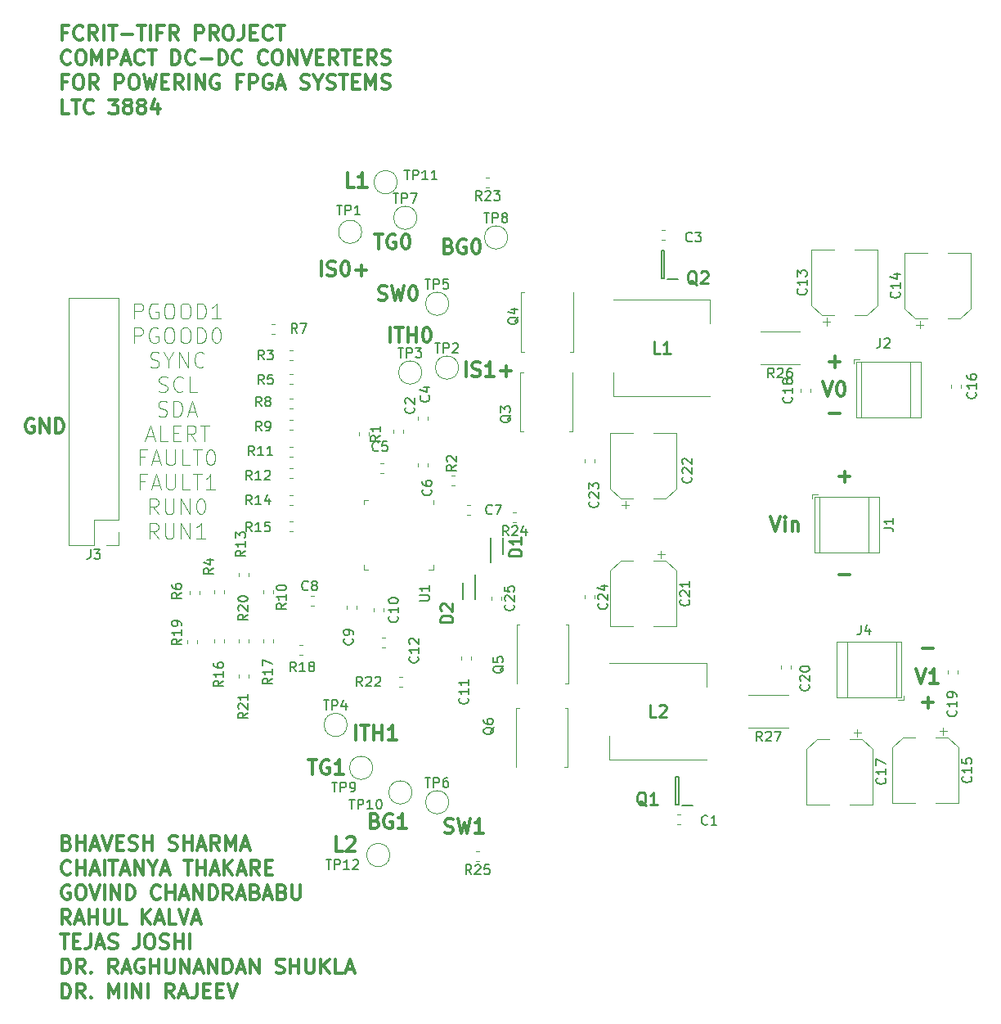
<source format=gto>
%TF.GenerationSoftware,KiCad,Pcbnew,(5.1.6)-1*%
%TF.CreationDate,2020-10-29T17:58:23+05:30*%
%TF.ProjectId,LTC3884,4c544333-3838-4342-9e6b-696361645f70,rev?*%
%TF.SameCoordinates,Original*%
%TF.FileFunction,Legend,Top*%
%TF.FilePolarity,Positive*%
%FSLAX46Y46*%
G04 Gerber Fmt 4.6, Leading zero omitted, Abs format (unit mm)*
G04 Created by KiCad (PCBNEW (5.1.6)-1) date 2020-10-29 17:58:23*
%MOMM*%
%LPD*%
G01*
G04 APERTURE LIST*
%ADD10C,0.300000*%
%ADD11C,0.125000*%
%ADD12C,0.120000*%
%ADD13C,0.100000*%
%ADD14C,0.200000*%
%ADD15C,0.150000*%
%ADD16C,0.254000*%
G04 APERTURE END LIST*
D10*
X166691500Y-79418571D02*
X165977214Y-79418571D01*
X165977214Y-77918571D01*
X167977214Y-79418571D02*
X167120071Y-79418571D01*
X167548642Y-79418571D02*
X167548642Y-77918571D01*
X167405785Y-78132857D01*
X167262928Y-78275714D01*
X167120071Y-78347142D01*
X165485000Y-148062071D02*
X164770714Y-148062071D01*
X164770714Y-146562071D01*
X165913571Y-146704928D02*
X165985000Y-146633500D01*
X166127857Y-146562071D01*
X166485000Y-146562071D01*
X166627857Y-146633500D01*
X166699285Y-146704928D01*
X166770714Y-146847785D01*
X166770714Y-146990642D01*
X166699285Y-147204928D01*
X165842142Y-148062071D01*
X166770714Y-148062071D01*
X216852571Y-119487142D02*
X217995428Y-119487142D01*
X216852571Y-109327142D02*
X217995428Y-109327142D01*
X217424000Y-109898571D02*
X217424000Y-108755714D01*
X209792285Y-113478571D02*
X210292285Y-114978571D01*
X210792285Y-113478571D01*
X211292285Y-114978571D02*
X211292285Y-113978571D01*
X211292285Y-113478571D02*
X211220857Y-113550000D01*
X211292285Y-113621428D01*
X211363714Y-113550000D01*
X211292285Y-113478571D01*
X211292285Y-113621428D01*
X212006571Y-113978571D02*
X212006571Y-114978571D01*
X212006571Y-114121428D02*
X212078000Y-114050000D01*
X212220857Y-113978571D01*
X212435142Y-113978571D01*
X212578000Y-114050000D01*
X212649428Y-114192857D01*
X212649428Y-114978571D01*
X215193714Y-99508571D02*
X215693714Y-101008571D01*
X216193714Y-99508571D01*
X216979428Y-99508571D02*
X217122285Y-99508571D01*
X217265142Y-99580000D01*
X217336571Y-99651428D01*
X217408000Y-99794285D01*
X217479428Y-100080000D01*
X217479428Y-100437142D01*
X217408000Y-100722857D01*
X217336571Y-100865714D01*
X217265142Y-100937142D01*
X217122285Y-101008571D01*
X216979428Y-101008571D01*
X216836571Y-100937142D01*
X216765142Y-100865714D01*
X216693714Y-100722857D01*
X216622285Y-100437142D01*
X216622285Y-100080000D01*
X216693714Y-99794285D01*
X216765142Y-99651428D01*
X216836571Y-99580000D01*
X216979428Y-99508571D01*
X216979428Y-102762857D02*
X215836571Y-102762857D01*
X216979428Y-97428857D02*
X215836571Y-97428857D01*
X216408000Y-96857428D02*
X216408000Y-98000285D01*
X224845714Y-129226571D02*
X225345714Y-130726571D01*
X225845714Y-129226571D01*
X227131428Y-130726571D02*
X226274285Y-130726571D01*
X226702857Y-130726571D02*
X226702857Y-129226571D01*
X226560000Y-129440857D01*
X226417142Y-129583714D01*
X226274285Y-129655142D01*
X225488571Y-132695142D02*
X226631428Y-132695142D01*
X226060000Y-133266571D02*
X226060000Y-132123714D01*
X225488571Y-127107142D02*
X226631428Y-127107142D01*
X161937142Y-138624571D02*
X162794285Y-138624571D01*
X162365714Y-140124571D02*
X162365714Y-138624571D01*
X164080000Y-138696000D02*
X163937142Y-138624571D01*
X163722857Y-138624571D01*
X163508571Y-138696000D01*
X163365714Y-138838857D01*
X163294285Y-138981714D01*
X163222857Y-139267428D01*
X163222857Y-139481714D01*
X163294285Y-139767428D01*
X163365714Y-139910285D01*
X163508571Y-140053142D01*
X163722857Y-140124571D01*
X163865714Y-140124571D01*
X164080000Y-140053142D01*
X164151428Y-139981714D01*
X164151428Y-139481714D01*
X163865714Y-139481714D01*
X165580000Y-140124571D02*
X164722857Y-140124571D01*
X165151428Y-140124571D02*
X165151428Y-138624571D01*
X165008571Y-138838857D01*
X164865714Y-138981714D01*
X164722857Y-139053142D01*
X168822857Y-144926857D02*
X169037142Y-144998285D01*
X169108571Y-145069714D01*
X169180000Y-145212571D01*
X169180000Y-145426857D01*
X169108571Y-145569714D01*
X169037142Y-145641142D01*
X168894285Y-145712571D01*
X168322857Y-145712571D01*
X168322857Y-144212571D01*
X168822857Y-144212571D01*
X168965714Y-144284000D01*
X169037142Y-144355428D01*
X169108571Y-144498285D01*
X169108571Y-144641142D01*
X169037142Y-144784000D01*
X168965714Y-144855428D01*
X168822857Y-144926857D01*
X168322857Y-144926857D01*
X170608571Y-144284000D02*
X170465714Y-144212571D01*
X170251428Y-144212571D01*
X170037142Y-144284000D01*
X169894285Y-144426857D01*
X169822857Y-144569714D01*
X169751428Y-144855428D01*
X169751428Y-145069714D01*
X169822857Y-145355428D01*
X169894285Y-145498285D01*
X170037142Y-145641142D01*
X170251428Y-145712571D01*
X170394285Y-145712571D01*
X170608571Y-145641142D01*
X170680000Y-145569714D01*
X170680000Y-145069714D01*
X170394285Y-145069714D01*
X172108571Y-145712571D02*
X171251428Y-145712571D01*
X171680000Y-145712571D02*
X171680000Y-144212571D01*
X171537142Y-144426857D01*
X171394285Y-144569714D01*
X171251428Y-144641142D01*
X176054000Y-146149142D02*
X176268285Y-146220571D01*
X176625428Y-146220571D01*
X176768285Y-146149142D01*
X176839714Y-146077714D01*
X176911142Y-145934857D01*
X176911142Y-145792000D01*
X176839714Y-145649142D01*
X176768285Y-145577714D01*
X176625428Y-145506285D01*
X176339714Y-145434857D01*
X176196857Y-145363428D01*
X176125428Y-145292000D01*
X176054000Y-145149142D01*
X176054000Y-145006285D01*
X176125428Y-144863428D01*
X176196857Y-144792000D01*
X176339714Y-144720571D01*
X176696857Y-144720571D01*
X176911142Y-144792000D01*
X177411142Y-144720571D02*
X177768285Y-146220571D01*
X178054000Y-145149142D01*
X178339714Y-146220571D01*
X178696857Y-144720571D01*
X180054000Y-146220571D02*
X179196857Y-146220571D01*
X179625428Y-146220571D02*
X179625428Y-144720571D01*
X179482571Y-144934857D01*
X179339714Y-145077714D01*
X179196857Y-145149142D01*
X163250857Y-88562571D02*
X163250857Y-87062571D01*
X163893714Y-88491142D02*
X164108000Y-88562571D01*
X164465142Y-88562571D01*
X164608000Y-88491142D01*
X164679428Y-88419714D01*
X164750857Y-88276857D01*
X164750857Y-88134000D01*
X164679428Y-87991142D01*
X164608000Y-87919714D01*
X164465142Y-87848285D01*
X164179428Y-87776857D01*
X164036571Y-87705428D01*
X163965142Y-87634000D01*
X163893714Y-87491142D01*
X163893714Y-87348285D01*
X163965142Y-87205428D01*
X164036571Y-87134000D01*
X164179428Y-87062571D01*
X164536571Y-87062571D01*
X164750857Y-87134000D01*
X165679428Y-87062571D02*
X165822285Y-87062571D01*
X165965142Y-87134000D01*
X166036571Y-87205428D01*
X166108000Y-87348285D01*
X166179428Y-87634000D01*
X166179428Y-87991142D01*
X166108000Y-88276857D01*
X166036571Y-88419714D01*
X165965142Y-88491142D01*
X165822285Y-88562571D01*
X165679428Y-88562571D01*
X165536571Y-88491142D01*
X165465142Y-88419714D01*
X165393714Y-88276857D01*
X165322285Y-87991142D01*
X165322285Y-87634000D01*
X165393714Y-87348285D01*
X165465142Y-87205428D01*
X165536571Y-87134000D01*
X165679428Y-87062571D01*
X166822285Y-87991142D02*
X167965142Y-87991142D01*
X167393714Y-88562571D02*
X167393714Y-87419714D01*
X166838571Y-136568571D02*
X166838571Y-135068571D01*
X167338571Y-135068571D02*
X168195714Y-135068571D01*
X167767142Y-136568571D02*
X167767142Y-135068571D01*
X168695714Y-136568571D02*
X168695714Y-135068571D01*
X168695714Y-135782857D02*
X169552857Y-135782857D01*
X169552857Y-136568571D02*
X169552857Y-135068571D01*
X171052857Y-136568571D02*
X170195714Y-136568571D01*
X170624285Y-136568571D02*
X170624285Y-135068571D01*
X170481428Y-135282857D01*
X170338571Y-135425714D01*
X170195714Y-135497142D01*
X169196000Y-91031142D02*
X169410285Y-91102571D01*
X169767428Y-91102571D01*
X169910285Y-91031142D01*
X169981714Y-90959714D01*
X170053142Y-90816857D01*
X170053142Y-90674000D01*
X169981714Y-90531142D01*
X169910285Y-90459714D01*
X169767428Y-90388285D01*
X169481714Y-90316857D01*
X169338857Y-90245428D01*
X169267428Y-90174000D01*
X169196000Y-90031142D01*
X169196000Y-89888285D01*
X169267428Y-89745428D01*
X169338857Y-89674000D01*
X169481714Y-89602571D01*
X169838857Y-89602571D01*
X170053142Y-89674000D01*
X170553142Y-89602571D02*
X170910285Y-91102571D01*
X171196000Y-90031142D01*
X171481714Y-91102571D01*
X171838857Y-89602571D01*
X172696000Y-89602571D02*
X172838857Y-89602571D01*
X172981714Y-89674000D01*
X173053142Y-89745428D01*
X173124571Y-89888285D01*
X173196000Y-90174000D01*
X173196000Y-90531142D01*
X173124571Y-90816857D01*
X173053142Y-90959714D01*
X172981714Y-91031142D01*
X172838857Y-91102571D01*
X172696000Y-91102571D01*
X172553142Y-91031142D01*
X172481714Y-90959714D01*
X172410285Y-90816857D01*
X172338857Y-90531142D01*
X172338857Y-90174000D01*
X172410285Y-89888285D01*
X172481714Y-89745428D01*
X172553142Y-89674000D01*
X172696000Y-89602571D01*
X170394571Y-95420571D02*
X170394571Y-93920571D01*
X170894571Y-93920571D02*
X171751714Y-93920571D01*
X171323142Y-95420571D02*
X171323142Y-93920571D01*
X172251714Y-95420571D02*
X172251714Y-93920571D01*
X172251714Y-94634857D02*
X173108857Y-94634857D01*
X173108857Y-95420571D02*
X173108857Y-93920571D01*
X174108857Y-93920571D02*
X174251714Y-93920571D01*
X174394571Y-93992000D01*
X174466000Y-94063428D01*
X174537428Y-94206285D01*
X174608857Y-94492000D01*
X174608857Y-94849142D01*
X174537428Y-95134857D01*
X174466000Y-95277714D01*
X174394571Y-95349142D01*
X174251714Y-95420571D01*
X174108857Y-95420571D01*
X173966000Y-95349142D01*
X173894571Y-95277714D01*
X173823142Y-95134857D01*
X173751714Y-94849142D01*
X173751714Y-94492000D01*
X173823142Y-94206285D01*
X173894571Y-94063428D01*
X173966000Y-93992000D01*
X174108857Y-93920571D01*
X178236857Y-98976571D02*
X178236857Y-97476571D01*
X178879714Y-98905142D02*
X179094000Y-98976571D01*
X179451142Y-98976571D01*
X179594000Y-98905142D01*
X179665428Y-98833714D01*
X179736857Y-98690857D01*
X179736857Y-98548000D01*
X179665428Y-98405142D01*
X179594000Y-98333714D01*
X179451142Y-98262285D01*
X179165428Y-98190857D01*
X179022571Y-98119428D01*
X178951142Y-98048000D01*
X178879714Y-97905142D01*
X178879714Y-97762285D01*
X178951142Y-97619428D01*
X179022571Y-97548000D01*
X179165428Y-97476571D01*
X179522571Y-97476571D01*
X179736857Y-97548000D01*
X181165428Y-98976571D02*
X180308285Y-98976571D01*
X180736857Y-98976571D02*
X180736857Y-97476571D01*
X180594000Y-97690857D01*
X180451142Y-97833714D01*
X180308285Y-97905142D01*
X181808285Y-98405142D02*
X182951142Y-98405142D01*
X182379714Y-98976571D02*
X182379714Y-97833714D01*
X168795142Y-84268571D02*
X169652285Y-84268571D01*
X169223714Y-85768571D02*
X169223714Y-84268571D01*
X170938000Y-84340000D02*
X170795142Y-84268571D01*
X170580857Y-84268571D01*
X170366571Y-84340000D01*
X170223714Y-84482857D01*
X170152285Y-84625714D01*
X170080857Y-84911428D01*
X170080857Y-85125714D01*
X170152285Y-85411428D01*
X170223714Y-85554285D01*
X170366571Y-85697142D01*
X170580857Y-85768571D01*
X170723714Y-85768571D01*
X170938000Y-85697142D01*
X171009428Y-85625714D01*
X171009428Y-85125714D01*
X170723714Y-85125714D01*
X171938000Y-84268571D02*
X172080857Y-84268571D01*
X172223714Y-84340000D01*
X172295142Y-84411428D01*
X172366571Y-84554285D01*
X172438000Y-84840000D01*
X172438000Y-85197142D01*
X172366571Y-85482857D01*
X172295142Y-85625714D01*
X172223714Y-85697142D01*
X172080857Y-85768571D01*
X171938000Y-85768571D01*
X171795142Y-85697142D01*
X171723714Y-85625714D01*
X171652285Y-85482857D01*
X171580857Y-85197142D01*
X171580857Y-84840000D01*
X171652285Y-84554285D01*
X171723714Y-84411428D01*
X171795142Y-84340000D01*
X171938000Y-84268571D01*
X176442857Y-85490857D02*
X176657142Y-85562285D01*
X176728571Y-85633714D01*
X176800000Y-85776571D01*
X176800000Y-85990857D01*
X176728571Y-86133714D01*
X176657142Y-86205142D01*
X176514285Y-86276571D01*
X175942857Y-86276571D01*
X175942857Y-84776571D01*
X176442857Y-84776571D01*
X176585714Y-84848000D01*
X176657142Y-84919428D01*
X176728571Y-85062285D01*
X176728571Y-85205142D01*
X176657142Y-85348000D01*
X176585714Y-85419428D01*
X176442857Y-85490857D01*
X175942857Y-85490857D01*
X178228571Y-84848000D02*
X178085714Y-84776571D01*
X177871428Y-84776571D01*
X177657142Y-84848000D01*
X177514285Y-84990857D01*
X177442857Y-85133714D01*
X177371428Y-85419428D01*
X177371428Y-85633714D01*
X177442857Y-85919428D01*
X177514285Y-86062285D01*
X177657142Y-86205142D01*
X177871428Y-86276571D01*
X178014285Y-86276571D01*
X178228571Y-86205142D01*
X178300000Y-86133714D01*
X178300000Y-85633714D01*
X178014285Y-85633714D01*
X179228571Y-84776571D02*
X179371428Y-84776571D01*
X179514285Y-84848000D01*
X179585714Y-84919428D01*
X179657142Y-85062285D01*
X179728571Y-85348000D01*
X179728571Y-85705142D01*
X179657142Y-85990857D01*
X179585714Y-86133714D01*
X179514285Y-86205142D01*
X179371428Y-86276571D01*
X179228571Y-86276571D01*
X179085714Y-86205142D01*
X179014285Y-86133714D01*
X178942857Y-85990857D01*
X178871428Y-85705142D01*
X178871428Y-85348000D01*
X178942857Y-85062285D01*
X179014285Y-84919428D01*
X179085714Y-84848000D01*
X179228571Y-84776571D01*
X136942142Y-147182857D02*
X137156428Y-147254285D01*
X137227857Y-147325714D01*
X137299285Y-147468571D01*
X137299285Y-147682857D01*
X137227857Y-147825714D01*
X137156428Y-147897142D01*
X137013571Y-147968571D01*
X136442142Y-147968571D01*
X136442142Y-146468571D01*
X136942142Y-146468571D01*
X137085000Y-146540000D01*
X137156428Y-146611428D01*
X137227857Y-146754285D01*
X137227857Y-146897142D01*
X137156428Y-147040000D01*
X137085000Y-147111428D01*
X136942142Y-147182857D01*
X136442142Y-147182857D01*
X137942142Y-147968571D02*
X137942142Y-146468571D01*
X137942142Y-147182857D02*
X138799285Y-147182857D01*
X138799285Y-147968571D02*
X138799285Y-146468571D01*
X139442142Y-147540000D02*
X140156428Y-147540000D01*
X139299285Y-147968571D02*
X139799285Y-146468571D01*
X140299285Y-147968571D01*
X140585000Y-146468571D02*
X141085000Y-147968571D01*
X141585000Y-146468571D01*
X142085000Y-147182857D02*
X142585000Y-147182857D01*
X142799285Y-147968571D02*
X142085000Y-147968571D01*
X142085000Y-146468571D01*
X142799285Y-146468571D01*
X143370714Y-147897142D02*
X143585000Y-147968571D01*
X143942142Y-147968571D01*
X144085000Y-147897142D01*
X144156428Y-147825714D01*
X144227857Y-147682857D01*
X144227857Y-147540000D01*
X144156428Y-147397142D01*
X144085000Y-147325714D01*
X143942142Y-147254285D01*
X143656428Y-147182857D01*
X143513571Y-147111428D01*
X143442142Y-147040000D01*
X143370714Y-146897142D01*
X143370714Y-146754285D01*
X143442142Y-146611428D01*
X143513571Y-146540000D01*
X143656428Y-146468571D01*
X144013571Y-146468571D01*
X144227857Y-146540000D01*
X144870714Y-147968571D02*
X144870714Y-146468571D01*
X144870714Y-147182857D02*
X145727857Y-147182857D01*
X145727857Y-147968571D02*
X145727857Y-146468571D01*
X147513571Y-147897142D02*
X147727857Y-147968571D01*
X148085000Y-147968571D01*
X148227857Y-147897142D01*
X148299285Y-147825714D01*
X148370714Y-147682857D01*
X148370714Y-147540000D01*
X148299285Y-147397142D01*
X148227857Y-147325714D01*
X148085000Y-147254285D01*
X147799285Y-147182857D01*
X147656428Y-147111428D01*
X147585000Y-147040000D01*
X147513571Y-146897142D01*
X147513571Y-146754285D01*
X147585000Y-146611428D01*
X147656428Y-146540000D01*
X147799285Y-146468571D01*
X148156428Y-146468571D01*
X148370714Y-146540000D01*
X149013571Y-147968571D02*
X149013571Y-146468571D01*
X149013571Y-147182857D02*
X149870714Y-147182857D01*
X149870714Y-147968571D02*
X149870714Y-146468571D01*
X150513571Y-147540000D02*
X151227857Y-147540000D01*
X150370714Y-147968571D02*
X150870714Y-146468571D01*
X151370714Y-147968571D01*
X152727857Y-147968571D02*
X152227857Y-147254285D01*
X151870714Y-147968571D02*
X151870714Y-146468571D01*
X152442142Y-146468571D01*
X152585000Y-146540000D01*
X152656428Y-146611428D01*
X152727857Y-146754285D01*
X152727857Y-146968571D01*
X152656428Y-147111428D01*
X152585000Y-147182857D01*
X152442142Y-147254285D01*
X151870714Y-147254285D01*
X153370714Y-147968571D02*
X153370714Y-146468571D01*
X153870714Y-147540000D01*
X154370714Y-146468571D01*
X154370714Y-147968571D01*
X155013571Y-147540000D02*
X155727857Y-147540000D01*
X154870714Y-147968571D02*
X155370714Y-146468571D01*
X155870714Y-147968571D01*
X137299285Y-150375714D02*
X137227857Y-150447142D01*
X137013571Y-150518571D01*
X136870714Y-150518571D01*
X136656428Y-150447142D01*
X136513571Y-150304285D01*
X136442142Y-150161428D01*
X136370714Y-149875714D01*
X136370714Y-149661428D01*
X136442142Y-149375714D01*
X136513571Y-149232857D01*
X136656428Y-149090000D01*
X136870714Y-149018571D01*
X137013571Y-149018571D01*
X137227857Y-149090000D01*
X137299285Y-149161428D01*
X137942142Y-150518571D02*
X137942142Y-149018571D01*
X137942142Y-149732857D02*
X138799285Y-149732857D01*
X138799285Y-150518571D02*
X138799285Y-149018571D01*
X139442142Y-150090000D02*
X140156428Y-150090000D01*
X139299285Y-150518571D02*
X139799285Y-149018571D01*
X140299285Y-150518571D01*
X140799285Y-150518571D02*
X140799285Y-149018571D01*
X141299285Y-149018571D02*
X142156428Y-149018571D01*
X141727857Y-150518571D02*
X141727857Y-149018571D01*
X142585000Y-150090000D02*
X143299285Y-150090000D01*
X142442142Y-150518571D02*
X142942142Y-149018571D01*
X143442142Y-150518571D01*
X143942142Y-150518571D02*
X143942142Y-149018571D01*
X144799285Y-150518571D01*
X144799285Y-149018571D01*
X145799285Y-149804285D02*
X145799285Y-150518571D01*
X145299285Y-149018571D02*
X145799285Y-149804285D01*
X146299285Y-149018571D01*
X146727857Y-150090000D02*
X147442142Y-150090000D01*
X146585000Y-150518571D02*
X147085000Y-149018571D01*
X147585000Y-150518571D01*
X149013571Y-149018571D02*
X149870714Y-149018571D01*
X149442142Y-150518571D02*
X149442142Y-149018571D01*
X150370714Y-150518571D02*
X150370714Y-149018571D01*
X150370714Y-149732857D02*
X151227857Y-149732857D01*
X151227857Y-150518571D02*
X151227857Y-149018571D01*
X151870714Y-150090000D02*
X152585000Y-150090000D01*
X151727857Y-150518571D02*
X152227857Y-149018571D01*
X152727857Y-150518571D01*
X153227857Y-150518571D02*
X153227857Y-149018571D01*
X154085000Y-150518571D02*
X153442142Y-149661428D01*
X154085000Y-149018571D02*
X153227857Y-149875714D01*
X154656428Y-150090000D02*
X155370714Y-150090000D01*
X154513571Y-150518571D02*
X155013571Y-149018571D01*
X155513571Y-150518571D01*
X156870714Y-150518571D02*
X156370714Y-149804285D01*
X156013571Y-150518571D02*
X156013571Y-149018571D01*
X156585000Y-149018571D01*
X156727857Y-149090000D01*
X156799285Y-149161428D01*
X156870714Y-149304285D01*
X156870714Y-149518571D01*
X156799285Y-149661428D01*
X156727857Y-149732857D01*
X156585000Y-149804285D01*
X156013571Y-149804285D01*
X157513571Y-149732857D02*
X158013571Y-149732857D01*
X158227857Y-150518571D02*
X157513571Y-150518571D01*
X157513571Y-149018571D01*
X158227857Y-149018571D01*
X137227857Y-151640000D02*
X137085000Y-151568571D01*
X136870714Y-151568571D01*
X136656428Y-151640000D01*
X136513571Y-151782857D01*
X136442142Y-151925714D01*
X136370714Y-152211428D01*
X136370714Y-152425714D01*
X136442142Y-152711428D01*
X136513571Y-152854285D01*
X136656428Y-152997142D01*
X136870714Y-153068571D01*
X137013571Y-153068571D01*
X137227857Y-152997142D01*
X137299285Y-152925714D01*
X137299285Y-152425714D01*
X137013571Y-152425714D01*
X138227857Y-151568571D02*
X138513571Y-151568571D01*
X138656428Y-151640000D01*
X138799285Y-151782857D01*
X138870714Y-152068571D01*
X138870714Y-152568571D01*
X138799285Y-152854285D01*
X138656428Y-152997142D01*
X138513571Y-153068571D01*
X138227857Y-153068571D01*
X138085000Y-152997142D01*
X137942142Y-152854285D01*
X137870714Y-152568571D01*
X137870714Y-152068571D01*
X137942142Y-151782857D01*
X138085000Y-151640000D01*
X138227857Y-151568571D01*
X139299285Y-151568571D02*
X139799285Y-153068571D01*
X140299285Y-151568571D01*
X140799285Y-153068571D02*
X140799285Y-151568571D01*
X141513571Y-153068571D02*
X141513571Y-151568571D01*
X142370714Y-153068571D01*
X142370714Y-151568571D01*
X143085000Y-153068571D02*
X143085000Y-151568571D01*
X143442142Y-151568571D01*
X143656428Y-151640000D01*
X143799285Y-151782857D01*
X143870714Y-151925714D01*
X143942142Y-152211428D01*
X143942142Y-152425714D01*
X143870714Y-152711428D01*
X143799285Y-152854285D01*
X143656428Y-152997142D01*
X143442142Y-153068571D01*
X143085000Y-153068571D01*
X146585000Y-152925714D02*
X146513571Y-152997142D01*
X146299285Y-153068571D01*
X146156428Y-153068571D01*
X145942142Y-152997142D01*
X145799285Y-152854285D01*
X145727857Y-152711428D01*
X145656428Y-152425714D01*
X145656428Y-152211428D01*
X145727857Y-151925714D01*
X145799285Y-151782857D01*
X145942142Y-151640000D01*
X146156428Y-151568571D01*
X146299285Y-151568571D01*
X146513571Y-151640000D01*
X146585000Y-151711428D01*
X147227857Y-153068571D02*
X147227857Y-151568571D01*
X147227857Y-152282857D02*
X148085000Y-152282857D01*
X148085000Y-153068571D02*
X148085000Y-151568571D01*
X148727857Y-152640000D02*
X149442142Y-152640000D01*
X148585000Y-153068571D02*
X149085000Y-151568571D01*
X149585000Y-153068571D01*
X150085000Y-153068571D02*
X150085000Y-151568571D01*
X150942142Y-153068571D01*
X150942142Y-151568571D01*
X151656428Y-153068571D02*
X151656428Y-151568571D01*
X152013571Y-151568571D01*
X152227857Y-151640000D01*
X152370714Y-151782857D01*
X152442142Y-151925714D01*
X152513571Y-152211428D01*
X152513571Y-152425714D01*
X152442142Y-152711428D01*
X152370714Y-152854285D01*
X152227857Y-152997142D01*
X152013571Y-153068571D01*
X151656428Y-153068571D01*
X154013571Y-153068571D02*
X153513571Y-152354285D01*
X153156428Y-153068571D02*
X153156428Y-151568571D01*
X153727857Y-151568571D01*
X153870714Y-151640000D01*
X153942142Y-151711428D01*
X154013571Y-151854285D01*
X154013571Y-152068571D01*
X153942142Y-152211428D01*
X153870714Y-152282857D01*
X153727857Y-152354285D01*
X153156428Y-152354285D01*
X154585000Y-152640000D02*
X155299285Y-152640000D01*
X154442142Y-153068571D02*
X154942142Y-151568571D01*
X155442142Y-153068571D01*
X156442142Y-152282857D02*
X156656428Y-152354285D01*
X156727857Y-152425714D01*
X156799285Y-152568571D01*
X156799285Y-152782857D01*
X156727857Y-152925714D01*
X156656428Y-152997142D01*
X156513571Y-153068571D01*
X155942142Y-153068571D01*
X155942142Y-151568571D01*
X156442142Y-151568571D01*
X156585000Y-151640000D01*
X156656428Y-151711428D01*
X156727857Y-151854285D01*
X156727857Y-151997142D01*
X156656428Y-152140000D01*
X156585000Y-152211428D01*
X156442142Y-152282857D01*
X155942142Y-152282857D01*
X157370714Y-152640000D02*
X158085000Y-152640000D01*
X157227857Y-153068571D02*
X157727857Y-151568571D01*
X158227857Y-153068571D01*
X159227857Y-152282857D02*
X159442142Y-152354285D01*
X159513571Y-152425714D01*
X159585000Y-152568571D01*
X159585000Y-152782857D01*
X159513571Y-152925714D01*
X159442142Y-152997142D01*
X159299285Y-153068571D01*
X158727857Y-153068571D01*
X158727857Y-151568571D01*
X159227857Y-151568571D01*
X159370714Y-151640000D01*
X159442142Y-151711428D01*
X159513571Y-151854285D01*
X159513571Y-151997142D01*
X159442142Y-152140000D01*
X159370714Y-152211428D01*
X159227857Y-152282857D01*
X158727857Y-152282857D01*
X160227857Y-151568571D02*
X160227857Y-152782857D01*
X160299285Y-152925714D01*
X160370714Y-152997142D01*
X160513571Y-153068571D01*
X160799285Y-153068571D01*
X160942142Y-152997142D01*
X161013571Y-152925714D01*
X161085000Y-152782857D01*
X161085000Y-151568571D01*
X137299285Y-155618571D02*
X136799285Y-154904285D01*
X136442142Y-155618571D02*
X136442142Y-154118571D01*
X137013571Y-154118571D01*
X137156428Y-154190000D01*
X137227857Y-154261428D01*
X137299285Y-154404285D01*
X137299285Y-154618571D01*
X137227857Y-154761428D01*
X137156428Y-154832857D01*
X137013571Y-154904285D01*
X136442142Y-154904285D01*
X137870714Y-155190000D02*
X138585000Y-155190000D01*
X137727857Y-155618571D02*
X138227857Y-154118571D01*
X138727857Y-155618571D01*
X139227857Y-155618571D02*
X139227857Y-154118571D01*
X139227857Y-154832857D02*
X140085000Y-154832857D01*
X140085000Y-155618571D02*
X140085000Y-154118571D01*
X140799285Y-154118571D02*
X140799285Y-155332857D01*
X140870714Y-155475714D01*
X140942142Y-155547142D01*
X141085000Y-155618571D01*
X141370714Y-155618571D01*
X141513571Y-155547142D01*
X141585000Y-155475714D01*
X141656428Y-155332857D01*
X141656428Y-154118571D01*
X143085000Y-155618571D02*
X142370714Y-155618571D01*
X142370714Y-154118571D01*
X144727857Y-155618571D02*
X144727857Y-154118571D01*
X145585000Y-155618571D02*
X144942142Y-154761428D01*
X145585000Y-154118571D02*
X144727857Y-154975714D01*
X146156428Y-155190000D02*
X146870714Y-155190000D01*
X146013571Y-155618571D02*
X146513571Y-154118571D01*
X147013571Y-155618571D01*
X148227857Y-155618571D02*
X147513571Y-155618571D01*
X147513571Y-154118571D01*
X148513571Y-154118571D02*
X149013571Y-155618571D01*
X149513571Y-154118571D01*
X149942142Y-155190000D02*
X150656428Y-155190000D01*
X149799285Y-155618571D02*
X150299285Y-154118571D01*
X150799285Y-155618571D01*
X136227857Y-156668571D02*
X137085000Y-156668571D01*
X136656428Y-158168571D02*
X136656428Y-156668571D01*
X137585000Y-157382857D02*
X138085000Y-157382857D01*
X138299285Y-158168571D02*
X137585000Y-158168571D01*
X137585000Y-156668571D01*
X138299285Y-156668571D01*
X139370714Y-156668571D02*
X139370714Y-157740000D01*
X139299285Y-157954285D01*
X139156428Y-158097142D01*
X138942142Y-158168571D01*
X138799285Y-158168571D01*
X140013571Y-157740000D02*
X140727857Y-157740000D01*
X139870714Y-158168571D02*
X140370714Y-156668571D01*
X140870714Y-158168571D01*
X141299285Y-158097142D02*
X141513571Y-158168571D01*
X141870714Y-158168571D01*
X142013571Y-158097142D01*
X142085000Y-158025714D01*
X142156428Y-157882857D01*
X142156428Y-157740000D01*
X142085000Y-157597142D01*
X142013571Y-157525714D01*
X141870714Y-157454285D01*
X141585000Y-157382857D01*
X141442142Y-157311428D01*
X141370714Y-157240000D01*
X141299285Y-157097142D01*
X141299285Y-156954285D01*
X141370714Y-156811428D01*
X141442142Y-156740000D01*
X141585000Y-156668571D01*
X141942142Y-156668571D01*
X142156428Y-156740000D01*
X144370714Y-156668571D02*
X144370714Y-157740000D01*
X144299285Y-157954285D01*
X144156428Y-158097142D01*
X143942142Y-158168571D01*
X143799285Y-158168571D01*
X145370714Y-156668571D02*
X145656428Y-156668571D01*
X145799285Y-156740000D01*
X145942142Y-156882857D01*
X146013571Y-157168571D01*
X146013571Y-157668571D01*
X145942142Y-157954285D01*
X145799285Y-158097142D01*
X145656428Y-158168571D01*
X145370714Y-158168571D01*
X145227857Y-158097142D01*
X145085000Y-157954285D01*
X145013571Y-157668571D01*
X145013571Y-157168571D01*
X145085000Y-156882857D01*
X145227857Y-156740000D01*
X145370714Y-156668571D01*
X146585000Y-158097142D02*
X146799285Y-158168571D01*
X147156428Y-158168571D01*
X147299285Y-158097142D01*
X147370714Y-158025714D01*
X147442142Y-157882857D01*
X147442142Y-157740000D01*
X147370714Y-157597142D01*
X147299285Y-157525714D01*
X147156428Y-157454285D01*
X146870714Y-157382857D01*
X146727857Y-157311428D01*
X146656428Y-157240000D01*
X146585000Y-157097142D01*
X146585000Y-156954285D01*
X146656428Y-156811428D01*
X146727857Y-156740000D01*
X146870714Y-156668571D01*
X147227857Y-156668571D01*
X147442142Y-156740000D01*
X148085000Y-158168571D02*
X148085000Y-156668571D01*
X148085000Y-157382857D02*
X148942142Y-157382857D01*
X148942142Y-158168571D02*
X148942142Y-156668571D01*
X149656428Y-158168571D02*
X149656428Y-156668571D01*
X136442142Y-160718571D02*
X136442142Y-159218571D01*
X136799285Y-159218571D01*
X137013571Y-159290000D01*
X137156428Y-159432857D01*
X137227857Y-159575714D01*
X137299285Y-159861428D01*
X137299285Y-160075714D01*
X137227857Y-160361428D01*
X137156428Y-160504285D01*
X137013571Y-160647142D01*
X136799285Y-160718571D01*
X136442142Y-160718571D01*
X138799285Y-160718571D02*
X138299285Y-160004285D01*
X137942142Y-160718571D02*
X137942142Y-159218571D01*
X138513571Y-159218571D01*
X138656428Y-159290000D01*
X138727857Y-159361428D01*
X138799285Y-159504285D01*
X138799285Y-159718571D01*
X138727857Y-159861428D01*
X138656428Y-159932857D01*
X138513571Y-160004285D01*
X137942142Y-160004285D01*
X139442142Y-160575714D02*
X139513571Y-160647142D01*
X139442142Y-160718571D01*
X139370714Y-160647142D01*
X139442142Y-160575714D01*
X139442142Y-160718571D01*
X142156428Y-160718571D02*
X141656428Y-160004285D01*
X141299285Y-160718571D02*
X141299285Y-159218571D01*
X141870714Y-159218571D01*
X142013571Y-159290000D01*
X142085000Y-159361428D01*
X142156428Y-159504285D01*
X142156428Y-159718571D01*
X142085000Y-159861428D01*
X142013571Y-159932857D01*
X141870714Y-160004285D01*
X141299285Y-160004285D01*
X142727857Y-160290000D02*
X143442142Y-160290000D01*
X142585000Y-160718571D02*
X143085000Y-159218571D01*
X143585000Y-160718571D01*
X144870714Y-159290000D02*
X144727857Y-159218571D01*
X144513571Y-159218571D01*
X144299285Y-159290000D01*
X144156428Y-159432857D01*
X144085000Y-159575714D01*
X144013571Y-159861428D01*
X144013571Y-160075714D01*
X144085000Y-160361428D01*
X144156428Y-160504285D01*
X144299285Y-160647142D01*
X144513571Y-160718571D01*
X144656428Y-160718571D01*
X144870714Y-160647142D01*
X144942142Y-160575714D01*
X144942142Y-160075714D01*
X144656428Y-160075714D01*
X145585000Y-160718571D02*
X145585000Y-159218571D01*
X145585000Y-159932857D02*
X146442142Y-159932857D01*
X146442142Y-160718571D02*
X146442142Y-159218571D01*
X147156428Y-159218571D02*
X147156428Y-160432857D01*
X147227857Y-160575714D01*
X147299285Y-160647142D01*
X147442142Y-160718571D01*
X147727857Y-160718571D01*
X147870714Y-160647142D01*
X147942142Y-160575714D01*
X148013571Y-160432857D01*
X148013571Y-159218571D01*
X148727857Y-160718571D02*
X148727857Y-159218571D01*
X149585000Y-160718571D01*
X149585000Y-159218571D01*
X150227857Y-160290000D02*
X150942142Y-160290000D01*
X150085000Y-160718571D02*
X150585000Y-159218571D01*
X151085000Y-160718571D01*
X151585000Y-160718571D02*
X151585000Y-159218571D01*
X152442142Y-160718571D01*
X152442142Y-159218571D01*
X153156428Y-160718571D02*
X153156428Y-159218571D01*
X153513571Y-159218571D01*
X153727857Y-159290000D01*
X153870714Y-159432857D01*
X153942142Y-159575714D01*
X154013571Y-159861428D01*
X154013571Y-160075714D01*
X153942142Y-160361428D01*
X153870714Y-160504285D01*
X153727857Y-160647142D01*
X153513571Y-160718571D01*
X153156428Y-160718571D01*
X154585000Y-160290000D02*
X155299285Y-160290000D01*
X154442142Y-160718571D02*
X154942142Y-159218571D01*
X155442142Y-160718571D01*
X155942142Y-160718571D02*
X155942142Y-159218571D01*
X156799285Y-160718571D01*
X156799285Y-159218571D01*
X158585000Y-160647142D02*
X158799285Y-160718571D01*
X159156428Y-160718571D01*
X159299285Y-160647142D01*
X159370714Y-160575714D01*
X159442142Y-160432857D01*
X159442142Y-160290000D01*
X159370714Y-160147142D01*
X159299285Y-160075714D01*
X159156428Y-160004285D01*
X158870714Y-159932857D01*
X158727857Y-159861428D01*
X158656428Y-159790000D01*
X158585000Y-159647142D01*
X158585000Y-159504285D01*
X158656428Y-159361428D01*
X158727857Y-159290000D01*
X158870714Y-159218571D01*
X159227857Y-159218571D01*
X159442142Y-159290000D01*
X160085000Y-160718571D02*
X160085000Y-159218571D01*
X160085000Y-159932857D02*
X160942142Y-159932857D01*
X160942142Y-160718571D02*
X160942142Y-159218571D01*
X161656428Y-159218571D02*
X161656428Y-160432857D01*
X161727857Y-160575714D01*
X161799285Y-160647142D01*
X161942142Y-160718571D01*
X162227857Y-160718571D01*
X162370714Y-160647142D01*
X162442142Y-160575714D01*
X162513571Y-160432857D01*
X162513571Y-159218571D01*
X163227857Y-160718571D02*
X163227857Y-159218571D01*
X164085000Y-160718571D02*
X163442142Y-159861428D01*
X164085000Y-159218571D02*
X163227857Y-160075714D01*
X165442142Y-160718571D02*
X164727857Y-160718571D01*
X164727857Y-159218571D01*
X165870714Y-160290000D02*
X166585000Y-160290000D01*
X165727857Y-160718571D02*
X166227857Y-159218571D01*
X166727857Y-160718571D01*
X136442142Y-163268571D02*
X136442142Y-161768571D01*
X136799285Y-161768571D01*
X137013571Y-161840000D01*
X137156428Y-161982857D01*
X137227857Y-162125714D01*
X137299285Y-162411428D01*
X137299285Y-162625714D01*
X137227857Y-162911428D01*
X137156428Y-163054285D01*
X137013571Y-163197142D01*
X136799285Y-163268571D01*
X136442142Y-163268571D01*
X138799285Y-163268571D02*
X138299285Y-162554285D01*
X137942142Y-163268571D02*
X137942142Y-161768571D01*
X138513571Y-161768571D01*
X138656428Y-161840000D01*
X138727857Y-161911428D01*
X138799285Y-162054285D01*
X138799285Y-162268571D01*
X138727857Y-162411428D01*
X138656428Y-162482857D01*
X138513571Y-162554285D01*
X137942142Y-162554285D01*
X139442142Y-163125714D02*
X139513571Y-163197142D01*
X139442142Y-163268571D01*
X139370714Y-163197142D01*
X139442142Y-163125714D01*
X139442142Y-163268571D01*
X141299285Y-163268571D02*
X141299285Y-161768571D01*
X141799285Y-162840000D01*
X142299285Y-161768571D01*
X142299285Y-163268571D01*
X143013571Y-163268571D02*
X143013571Y-161768571D01*
X143727857Y-163268571D02*
X143727857Y-161768571D01*
X144585000Y-163268571D01*
X144585000Y-161768571D01*
X145299285Y-163268571D02*
X145299285Y-161768571D01*
X148013571Y-163268571D02*
X147513571Y-162554285D01*
X147156428Y-163268571D02*
X147156428Y-161768571D01*
X147727857Y-161768571D01*
X147870714Y-161840000D01*
X147942142Y-161911428D01*
X148013571Y-162054285D01*
X148013571Y-162268571D01*
X147942142Y-162411428D01*
X147870714Y-162482857D01*
X147727857Y-162554285D01*
X147156428Y-162554285D01*
X148585000Y-162840000D02*
X149299285Y-162840000D01*
X148442142Y-163268571D02*
X148942142Y-161768571D01*
X149442142Y-163268571D01*
X150370714Y-161768571D02*
X150370714Y-162840000D01*
X150299285Y-163054285D01*
X150156428Y-163197142D01*
X149942142Y-163268571D01*
X149799285Y-163268571D01*
X151085000Y-162482857D02*
X151585000Y-162482857D01*
X151799285Y-163268571D02*
X151085000Y-163268571D01*
X151085000Y-161768571D01*
X151799285Y-161768571D01*
X152442142Y-162482857D02*
X152942142Y-162482857D01*
X153156428Y-163268571D02*
X152442142Y-163268571D01*
X152442142Y-161768571D01*
X153156428Y-161768571D01*
X153585000Y-161768571D02*
X154085000Y-163268571D01*
X154585000Y-161768571D01*
X136942142Y-63377857D02*
X136442142Y-63377857D01*
X136442142Y-64163571D02*
X136442142Y-62663571D01*
X137156428Y-62663571D01*
X138585000Y-64020714D02*
X138513571Y-64092142D01*
X138299285Y-64163571D01*
X138156428Y-64163571D01*
X137942142Y-64092142D01*
X137799285Y-63949285D01*
X137727857Y-63806428D01*
X137656428Y-63520714D01*
X137656428Y-63306428D01*
X137727857Y-63020714D01*
X137799285Y-62877857D01*
X137942142Y-62735000D01*
X138156428Y-62663571D01*
X138299285Y-62663571D01*
X138513571Y-62735000D01*
X138585000Y-62806428D01*
X140085000Y-64163571D02*
X139585000Y-63449285D01*
X139227857Y-64163571D02*
X139227857Y-62663571D01*
X139799285Y-62663571D01*
X139942142Y-62735000D01*
X140013571Y-62806428D01*
X140085000Y-62949285D01*
X140085000Y-63163571D01*
X140013571Y-63306428D01*
X139942142Y-63377857D01*
X139799285Y-63449285D01*
X139227857Y-63449285D01*
X140727857Y-64163571D02*
X140727857Y-62663571D01*
X141227857Y-62663571D02*
X142085000Y-62663571D01*
X141656428Y-64163571D02*
X141656428Y-62663571D01*
X142585000Y-63592142D02*
X143727857Y-63592142D01*
X144227857Y-62663571D02*
X145085000Y-62663571D01*
X144656428Y-64163571D02*
X144656428Y-62663571D01*
X145585000Y-64163571D02*
X145585000Y-62663571D01*
X146799285Y-63377857D02*
X146299285Y-63377857D01*
X146299285Y-64163571D02*
X146299285Y-62663571D01*
X147013571Y-62663571D01*
X148442142Y-64163571D02*
X147942142Y-63449285D01*
X147585000Y-64163571D02*
X147585000Y-62663571D01*
X148156428Y-62663571D01*
X148299285Y-62735000D01*
X148370714Y-62806428D01*
X148442142Y-62949285D01*
X148442142Y-63163571D01*
X148370714Y-63306428D01*
X148299285Y-63377857D01*
X148156428Y-63449285D01*
X147585000Y-63449285D01*
X150227857Y-64163571D02*
X150227857Y-62663571D01*
X150799285Y-62663571D01*
X150942142Y-62735000D01*
X151013571Y-62806428D01*
X151085000Y-62949285D01*
X151085000Y-63163571D01*
X151013571Y-63306428D01*
X150942142Y-63377857D01*
X150799285Y-63449285D01*
X150227857Y-63449285D01*
X152585000Y-64163571D02*
X152085000Y-63449285D01*
X151727857Y-64163571D02*
X151727857Y-62663571D01*
X152299285Y-62663571D01*
X152442142Y-62735000D01*
X152513571Y-62806428D01*
X152585000Y-62949285D01*
X152585000Y-63163571D01*
X152513571Y-63306428D01*
X152442142Y-63377857D01*
X152299285Y-63449285D01*
X151727857Y-63449285D01*
X153513571Y-62663571D02*
X153799285Y-62663571D01*
X153942142Y-62735000D01*
X154085000Y-62877857D01*
X154156428Y-63163571D01*
X154156428Y-63663571D01*
X154085000Y-63949285D01*
X153942142Y-64092142D01*
X153799285Y-64163571D01*
X153513571Y-64163571D01*
X153370714Y-64092142D01*
X153227857Y-63949285D01*
X153156428Y-63663571D01*
X153156428Y-63163571D01*
X153227857Y-62877857D01*
X153370714Y-62735000D01*
X153513571Y-62663571D01*
X155227857Y-62663571D02*
X155227857Y-63735000D01*
X155156428Y-63949285D01*
X155013571Y-64092142D01*
X154799285Y-64163571D01*
X154656428Y-64163571D01*
X155942142Y-63377857D02*
X156442142Y-63377857D01*
X156656428Y-64163571D02*
X155942142Y-64163571D01*
X155942142Y-62663571D01*
X156656428Y-62663571D01*
X158156428Y-64020714D02*
X158085000Y-64092142D01*
X157870714Y-64163571D01*
X157727857Y-64163571D01*
X157513571Y-64092142D01*
X157370714Y-63949285D01*
X157299285Y-63806428D01*
X157227857Y-63520714D01*
X157227857Y-63306428D01*
X157299285Y-63020714D01*
X157370714Y-62877857D01*
X157513571Y-62735000D01*
X157727857Y-62663571D01*
X157870714Y-62663571D01*
X158085000Y-62735000D01*
X158156428Y-62806428D01*
X158585000Y-62663571D02*
X159442142Y-62663571D01*
X159013571Y-64163571D02*
X159013571Y-62663571D01*
X137299285Y-66570714D02*
X137227857Y-66642142D01*
X137013571Y-66713571D01*
X136870714Y-66713571D01*
X136656428Y-66642142D01*
X136513571Y-66499285D01*
X136442142Y-66356428D01*
X136370714Y-66070714D01*
X136370714Y-65856428D01*
X136442142Y-65570714D01*
X136513571Y-65427857D01*
X136656428Y-65285000D01*
X136870714Y-65213571D01*
X137013571Y-65213571D01*
X137227857Y-65285000D01*
X137299285Y-65356428D01*
X138227857Y-65213571D02*
X138513571Y-65213571D01*
X138656428Y-65285000D01*
X138799285Y-65427857D01*
X138870714Y-65713571D01*
X138870714Y-66213571D01*
X138799285Y-66499285D01*
X138656428Y-66642142D01*
X138513571Y-66713571D01*
X138227857Y-66713571D01*
X138085000Y-66642142D01*
X137942142Y-66499285D01*
X137870714Y-66213571D01*
X137870714Y-65713571D01*
X137942142Y-65427857D01*
X138085000Y-65285000D01*
X138227857Y-65213571D01*
X139513571Y-66713571D02*
X139513571Y-65213571D01*
X140013571Y-66285000D01*
X140513571Y-65213571D01*
X140513571Y-66713571D01*
X141227857Y-66713571D02*
X141227857Y-65213571D01*
X141799285Y-65213571D01*
X141942142Y-65285000D01*
X142013571Y-65356428D01*
X142085000Y-65499285D01*
X142085000Y-65713571D01*
X142013571Y-65856428D01*
X141942142Y-65927857D01*
X141799285Y-65999285D01*
X141227857Y-65999285D01*
X142656428Y-66285000D02*
X143370714Y-66285000D01*
X142513571Y-66713571D02*
X143013571Y-65213571D01*
X143513571Y-66713571D01*
X144870714Y-66570714D02*
X144799285Y-66642142D01*
X144585000Y-66713571D01*
X144442142Y-66713571D01*
X144227857Y-66642142D01*
X144085000Y-66499285D01*
X144013571Y-66356428D01*
X143942142Y-66070714D01*
X143942142Y-65856428D01*
X144013571Y-65570714D01*
X144085000Y-65427857D01*
X144227857Y-65285000D01*
X144442142Y-65213571D01*
X144585000Y-65213571D01*
X144799285Y-65285000D01*
X144870714Y-65356428D01*
X145299285Y-65213571D02*
X146156428Y-65213571D01*
X145727857Y-66713571D02*
X145727857Y-65213571D01*
X147799285Y-66713571D02*
X147799285Y-65213571D01*
X148156428Y-65213571D01*
X148370714Y-65285000D01*
X148513571Y-65427857D01*
X148585000Y-65570714D01*
X148656428Y-65856428D01*
X148656428Y-66070714D01*
X148585000Y-66356428D01*
X148513571Y-66499285D01*
X148370714Y-66642142D01*
X148156428Y-66713571D01*
X147799285Y-66713571D01*
X150156428Y-66570714D02*
X150085000Y-66642142D01*
X149870714Y-66713571D01*
X149727857Y-66713571D01*
X149513571Y-66642142D01*
X149370714Y-66499285D01*
X149299285Y-66356428D01*
X149227857Y-66070714D01*
X149227857Y-65856428D01*
X149299285Y-65570714D01*
X149370714Y-65427857D01*
X149513571Y-65285000D01*
X149727857Y-65213571D01*
X149870714Y-65213571D01*
X150085000Y-65285000D01*
X150156428Y-65356428D01*
X150799285Y-66142142D02*
X151942142Y-66142142D01*
X152656428Y-66713571D02*
X152656428Y-65213571D01*
X153013571Y-65213571D01*
X153227857Y-65285000D01*
X153370714Y-65427857D01*
X153442142Y-65570714D01*
X153513571Y-65856428D01*
X153513571Y-66070714D01*
X153442142Y-66356428D01*
X153370714Y-66499285D01*
X153227857Y-66642142D01*
X153013571Y-66713571D01*
X152656428Y-66713571D01*
X155013571Y-66570714D02*
X154942142Y-66642142D01*
X154727857Y-66713571D01*
X154585000Y-66713571D01*
X154370714Y-66642142D01*
X154227857Y-66499285D01*
X154156428Y-66356428D01*
X154085000Y-66070714D01*
X154085000Y-65856428D01*
X154156428Y-65570714D01*
X154227857Y-65427857D01*
X154370714Y-65285000D01*
X154585000Y-65213571D01*
X154727857Y-65213571D01*
X154942142Y-65285000D01*
X155013571Y-65356428D01*
X157656428Y-66570714D02*
X157585000Y-66642142D01*
X157370714Y-66713571D01*
X157227857Y-66713571D01*
X157013571Y-66642142D01*
X156870714Y-66499285D01*
X156799285Y-66356428D01*
X156727857Y-66070714D01*
X156727857Y-65856428D01*
X156799285Y-65570714D01*
X156870714Y-65427857D01*
X157013571Y-65285000D01*
X157227857Y-65213571D01*
X157370714Y-65213571D01*
X157585000Y-65285000D01*
X157656428Y-65356428D01*
X158585000Y-65213571D02*
X158870714Y-65213571D01*
X159013571Y-65285000D01*
X159156428Y-65427857D01*
X159227857Y-65713571D01*
X159227857Y-66213571D01*
X159156428Y-66499285D01*
X159013571Y-66642142D01*
X158870714Y-66713571D01*
X158585000Y-66713571D01*
X158442142Y-66642142D01*
X158299285Y-66499285D01*
X158227857Y-66213571D01*
X158227857Y-65713571D01*
X158299285Y-65427857D01*
X158442142Y-65285000D01*
X158585000Y-65213571D01*
X159870714Y-66713571D02*
X159870714Y-65213571D01*
X160727857Y-66713571D01*
X160727857Y-65213571D01*
X161227857Y-65213571D02*
X161727857Y-66713571D01*
X162227857Y-65213571D01*
X162727857Y-65927857D02*
X163227857Y-65927857D01*
X163442142Y-66713571D02*
X162727857Y-66713571D01*
X162727857Y-65213571D01*
X163442142Y-65213571D01*
X164942142Y-66713571D02*
X164442142Y-65999285D01*
X164085000Y-66713571D02*
X164085000Y-65213571D01*
X164656428Y-65213571D01*
X164799285Y-65285000D01*
X164870714Y-65356428D01*
X164942142Y-65499285D01*
X164942142Y-65713571D01*
X164870714Y-65856428D01*
X164799285Y-65927857D01*
X164656428Y-65999285D01*
X164085000Y-65999285D01*
X165370714Y-65213571D02*
X166227857Y-65213571D01*
X165799285Y-66713571D02*
X165799285Y-65213571D01*
X166727857Y-65927857D02*
X167227857Y-65927857D01*
X167442142Y-66713571D02*
X166727857Y-66713571D01*
X166727857Y-65213571D01*
X167442142Y-65213571D01*
X168942142Y-66713571D02*
X168442142Y-65999285D01*
X168085000Y-66713571D02*
X168085000Y-65213571D01*
X168656428Y-65213571D01*
X168799285Y-65285000D01*
X168870714Y-65356428D01*
X168942142Y-65499285D01*
X168942142Y-65713571D01*
X168870714Y-65856428D01*
X168799285Y-65927857D01*
X168656428Y-65999285D01*
X168085000Y-65999285D01*
X169513571Y-66642142D02*
X169727857Y-66713571D01*
X170085000Y-66713571D01*
X170227857Y-66642142D01*
X170299285Y-66570714D01*
X170370714Y-66427857D01*
X170370714Y-66285000D01*
X170299285Y-66142142D01*
X170227857Y-66070714D01*
X170085000Y-65999285D01*
X169799285Y-65927857D01*
X169656428Y-65856428D01*
X169585000Y-65785000D01*
X169513571Y-65642142D01*
X169513571Y-65499285D01*
X169585000Y-65356428D01*
X169656428Y-65285000D01*
X169799285Y-65213571D01*
X170156428Y-65213571D01*
X170370714Y-65285000D01*
X136942142Y-68477857D02*
X136442142Y-68477857D01*
X136442142Y-69263571D02*
X136442142Y-67763571D01*
X137156428Y-67763571D01*
X138013571Y-67763571D02*
X138299285Y-67763571D01*
X138442142Y-67835000D01*
X138585000Y-67977857D01*
X138656428Y-68263571D01*
X138656428Y-68763571D01*
X138585000Y-69049285D01*
X138442142Y-69192142D01*
X138299285Y-69263571D01*
X138013571Y-69263571D01*
X137870714Y-69192142D01*
X137727857Y-69049285D01*
X137656428Y-68763571D01*
X137656428Y-68263571D01*
X137727857Y-67977857D01*
X137870714Y-67835000D01*
X138013571Y-67763571D01*
X140156428Y-69263571D02*
X139656428Y-68549285D01*
X139299285Y-69263571D02*
X139299285Y-67763571D01*
X139870714Y-67763571D01*
X140013571Y-67835000D01*
X140085000Y-67906428D01*
X140156428Y-68049285D01*
X140156428Y-68263571D01*
X140085000Y-68406428D01*
X140013571Y-68477857D01*
X139870714Y-68549285D01*
X139299285Y-68549285D01*
X141942142Y-69263571D02*
X141942142Y-67763571D01*
X142513571Y-67763571D01*
X142656428Y-67835000D01*
X142727857Y-67906428D01*
X142799285Y-68049285D01*
X142799285Y-68263571D01*
X142727857Y-68406428D01*
X142656428Y-68477857D01*
X142513571Y-68549285D01*
X141942142Y-68549285D01*
X143727857Y-67763571D02*
X144013571Y-67763571D01*
X144156428Y-67835000D01*
X144299285Y-67977857D01*
X144370714Y-68263571D01*
X144370714Y-68763571D01*
X144299285Y-69049285D01*
X144156428Y-69192142D01*
X144013571Y-69263571D01*
X143727857Y-69263571D01*
X143585000Y-69192142D01*
X143442142Y-69049285D01*
X143370714Y-68763571D01*
X143370714Y-68263571D01*
X143442142Y-67977857D01*
X143585000Y-67835000D01*
X143727857Y-67763571D01*
X144870714Y-67763571D02*
X145227857Y-69263571D01*
X145513571Y-68192142D01*
X145799285Y-69263571D01*
X146156428Y-67763571D01*
X146727857Y-68477857D02*
X147227857Y-68477857D01*
X147442142Y-69263571D02*
X146727857Y-69263571D01*
X146727857Y-67763571D01*
X147442142Y-67763571D01*
X148942142Y-69263571D02*
X148442142Y-68549285D01*
X148085000Y-69263571D02*
X148085000Y-67763571D01*
X148656428Y-67763571D01*
X148799285Y-67835000D01*
X148870714Y-67906428D01*
X148942142Y-68049285D01*
X148942142Y-68263571D01*
X148870714Y-68406428D01*
X148799285Y-68477857D01*
X148656428Y-68549285D01*
X148085000Y-68549285D01*
X149585000Y-69263571D02*
X149585000Y-67763571D01*
X150299285Y-69263571D02*
X150299285Y-67763571D01*
X151156428Y-69263571D01*
X151156428Y-67763571D01*
X152656428Y-67835000D02*
X152513571Y-67763571D01*
X152299285Y-67763571D01*
X152085000Y-67835000D01*
X151942142Y-67977857D01*
X151870714Y-68120714D01*
X151799285Y-68406428D01*
X151799285Y-68620714D01*
X151870714Y-68906428D01*
X151942142Y-69049285D01*
X152085000Y-69192142D01*
X152299285Y-69263571D01*
X152442142Y-69263571D01*
X152656428Y-69192142D01*
X152727857Y-69120714D01*
X152727857Y-68620714D01*
X152442142Y-68620714D01*
X155013571Y-68477857D02*
X154513571Y-68477857D01*
X154513571Y-69263571D02*
X154513571Y-67763571D01*
X155227857Y-67763571D01*
X155799285Y-69263571D02*
X155799285Y-67763571D01*
X156370714Y-67763571D01*
X156513571Y-67835000D01*
X156585000Y-67906428D01*
X156656428Y-68049285D01*
X156656428Y-68263571D01*
X156585000Y-68406428D01*
X156513571Y-68477857D01*
X156370714Y-68549285D01*
X155799285Y-68549285D01*
X158085000Y-67835000D02*
X157942142Y-67763571D01*
X157727857Y-67763571D01*
X157513571Y-67835000D01*
X157370714Y-67977857D01*
X157299285Y-68120714D01*
X157227857Y-68406428D01*
X157227857Y-68620714D01*
X157299285Y-68906428D01*
X157370714Y-69049285D01*
X157513571Y-69192142D01*
X157727857Y-69263571D01*
X157870714Y-69263571D01*
X158085000Y-69192142D01*
X158156428Y-69120714D01*
X158156428Y-68620714D01*
X157870714Y-68620714D01*
X158727857Y-68835000D02*
X159442142Y-68835000D01*
X158585000Y-69263571D02*
X159085000Y-67763571D01*
X159585000Y-69263571D01*
X161156428Y-69192142D02*
X161370714Y-69263571D01*
X161727857Y-69263571D01*
X161870714Y-69192142D01*
X161942142Y-69120714D01*
X162013571Y-68977857D01*
X162013571Y-68835000D01*
X161942142Y-68692142D01*
X161870714Y-68620714D01*
X161727857Y-68549285D01*
X161442142Y-68477857D01*
X161299285Y-68406428D01*
X161227857Y-68335000D01*
X161156428Y-68192142D01*
X161156428Y-68049285D01*
X161227857Y-67906428D01*
X161299285Y-67835000D01*
X161442142Y-67763571D01*
X161799285Y-67763571D01*
X162013571Y-67835000D01*
X162942142Y-68549285D02*
X162942142Y-69263571D01*
X162442142Y-67763571D02*
X162942142Y-68549285D01*
X163442142Y-67763571D01*
X163870714Y-69192142D02*
X164085000Y-69263571D01*
X164442142Y-69263571D01*
X164585000Y-69192142D01*
X164656428Y-69120714D01*
X164727857Y-68977857D01*
X164727857Y-68835000D01*
X164656428Y-68692142D01*
X164585000Y-68620714D01*
X164442142Y-68549285D01*
X164156428Y-68477857D01*
X164013571Y-68406428D01*
X163942142Y-68335000D01*
X163870714Y-68192142D01*
X163870714Y-68049285D01*
X163942142Y-67906428D01*
X164013571Y-67835000D01*
X164156428Y-67763571D01*
X164513571Y-67763571D01*
X164727857Y-67835000D01*
X165156428Y-67763571D02*
X166013571Y-67763571D01*
X165585000Y-69263571D02*
X165585000Y-67763571D01*
X166513571Y-68477857D02*
X167013571Y-68477857D01*
X167227857Y-69263571D02*
X166513571Y-69263571D01*
X166513571Y-67763571D01*
X167227857Y-67763571D01*
X167870714Y-69263571D02*
X167870714Y-67763571D01*
X168370714Y-68835000D01*
X168870714Y-67763571D01*
X168870714Y-69263571D01*
X169513571Y-69192142D02*
X169727857Y-69263571D01*
X170085000Y-69263571D01*
X170227857Y-69192142D01*
X170299285Y-69120714D01*
X170370714Y-68977857D01*
X170370714Y-68835000D01*
X170299285Y-68692142D01*
X170227857Y-68620714D01*
X170085000Y-68549285D01*
X169799285Y-68477857D01*
X169656428Y-68406428D01*
X169585000Y-68335000D01*
X169513571Y-68192142D01*
X169513571Y-68049285D01*
X169585000Y-67906428D01*
X169656428Y-67835000D01*
X169799285Y-67763571D01*
X170156428Y-67763571D01*
X170370714Y-67835000D01*
X137156428Y-71813571D02*
X136442142Y-71813571D01*
X136442142Y-70313571D01*
X137442142Y-70313571D02*
X138299285Y-70313571D01*
X137870714Y-71813571D02*
X137870714Y-70313571D01*
X139656428Y-71670714D02*
X139585000Y-71742142D01*
X139370714Y-71813571D01*
X139227857Y-71813571D01*
X139013571Y-71742142D01*
X138870714Y-71599285D01*
X138799285Y-71456428D01*
X138727857Y-71170714D01*
X138727857Y-70956428D01*
X138799285Y-70670714D01*
X138870714Y-70527857D01*
X139013571Y-70385000D01*
X139227857Y-70313571D01*
X139370714Y-70313571D01*
X139585000Y-70385000D01*
X139656428Y-70456428D01*
X141299285Y-70313571D02*
X142227857Y-70313571D01*
X141727857Y-70885000D01*
X141942142Y-70885000D01*
X142085000Y-70956428D01*
X142156428Y-71027857D01*
X142227857Y-71170714D01*
X142227857Y-71527857D01*
X142156428Y-71670714D01*
X142085000Y-71742142D01*
X141942142Y-71813571D01*
X141513571Y-71813571D01*
X141370714Y-71742142D01*
X141299285Y-71670714D01*
X143085000Y-70956428D02*
X142942142Y-70885000D01*
X142870714Y-70813571D01*
X142799285Y-70670714D01*
X142799285Y-70599285D01*
X142870714Y-70456428D01*
X142942142Y-70385000D01*
X143085000Y-70313571D01*
X143370714Y-70313571D01*
X143513571Y-70385000D01*
X143585000Y-70456428D01*
X143656428Y-70599285D01*
X143656428Y-70670714D01*
X143585000Y-70813571D01*
X143513571Y-70885000D01*
X143370714Y-70956428D01*
X143085000Y-70956428D01*
X142942142Y-71027857D01*
X142870714Y-71099285D01*
X142799285Y-71242142D01*
X142799285Y-71527857D01*
X142870714Y-71670714D01*
X142942142Y-71742142D01*
X143085000Y-71813571D01*
X143370714Y-71813571D01*
X143513571Y-71742142D01*
X143585000Y-71670714D01*
X143656428Y-71527857D01*
X143656428Y-71242142D01*
X143585000Y-71099285D01*
X143513571Y-71027857D01*
X143370714Y-70956428D01*
X144513571Y-70956428D02*
X144370714Y-70885000D01*
X144299285Y-70813571D01*
X144227857Y-70670714D01*
X144227857Y-70599285D01*
X144299285Y-70456428D01*
X144370714Y-70385000D01*
X144513571Y-70313571D01*
X144799285Y-70313571D01*
X144942142Y-70385000D01*
X145013571Y-70456428D01*
X145085000Y-70599285D01*
X145085000Y-70670714D01*
X145013571Y-70813571D01*
X144942142Y-70885000D01*
X144799285Y-70956428D01*
X144513571Y-70956428D01*
X144370714Y-71027857D01*
X144299285Y-71099285D01*
X144227857Y-71242142D01*
X144227857Y-71527857D01*
X144299285Y-71670714D01*
X144370714Y-71742142D01*
X144513571Y-71813571D01*
X144799285Y-71813571D01*
X144942142Y-71742142D01*
X145013571Y-71670714D01*
X145085000Y-71527857D01*
X145085000Y-71242142D01*
X145013571Y-71099285D01*
X144942142Y-71027857D01*
X144799285Y-70956428D01*
X146370714Y-70813571D02*
X146370714Y-71813571D01*
X146013571Y-70242142D02*
X145656428Y-71313571D01*
X146585000Y-71313571D01*
X133477142Y-103390000D02*
X133334285Y-103318571D01*
X133120000Y-103318571D01*
X132905714Y-103390000D01*
X132762857Y-103532857D01*
X132691428Y-103675714D01*
X132620000Y-103961428D01*
X132620000Y-104175714D01*
X132691428Y-104461428D01*
X132762857Y-104604285D01*
X132905714Y-104747142D01*
X133120000Y-104818571D01*
X133262857Y-104818571D01*
X133477142Y-104747142D01*
X133548571Y-104675714D01*
X133548571Y-104175714D01*
X133262857Y-104175714D01*
X134191428Y-104818571D02*
X134191428Y-103318571D01*
X135048571Y-104818571D01*
X135048571Y-103318571D01*
X135762857Y-104818571D02*
X135762857Y-103318571D01*
X136120000Y-103318571D01*
X136334285Y-103390000D01*
X136477142Y-103532857D01*
X136548571Y-103675714D01*
X136620000Y-103961428D01*
X136620000Y-104175714D01*
X136548571Y-104461428D01*
X136477142Y-104604285D01*
X136334285Y-104747142D01*
X136120000Y-104818571D01*
X135762857Y-104818571D01*
D11*
X143878857Y-92993309D02*
X143878857Y-91393309D01*
X144488380Y-91393309D01*
X144640761Y-91469500D01*
X144716952Y-91545690D01*
X144793142Y-91698071D01*
X144793142Y-91926642D01*
X144716952Y-92079023D01*
X144640761Y-92155214D01*
X144488380Y-92231404D01*
X143878857Y-92231404D01*
X146316952Y-91469500D02*
X146164571Y-91393309D01*
X145936000Y-91393309D01*
X145707428Y-91469500D01*
X145555047Y-91621880D01*
X145478857Y-91774261D01*
X145402666Y-92079023D01*
X145402666Y-92307595D01*
X145478857Y-92612357D01*
X145555047Y-92764738D01*
X145707428Y-92917119D01*
X145936000Y-92993309D01*
X146088380Y-92993309D01*
X146316952Y-92917119D01*
X146393142Y-92840928D01*
X146393142Y-92307595D01*
X146088380Y-92307595D01*
X147383619Y-91393309D02*
X147688380Y-91393309D01*
X147840761Y-91469500D01*
X147993142Y-91621880D01*
X148069333Y-91926642D01*
X148069333Y-92459976D01*
X147993142Y-92764738D01*
X147840761Y-92917119D01*
X147688380Y-92993309D01*
X147383619Y-92993309D01*
X147231238Y-92917119D01*
X147078857Y-92764738D01*
X147002666Y-92459976D01*
X147002666Y-91926642D01*
X147078857Y-91621880D01*
X147231238Y-91469500D01*
X147383619Y-91393309D01*
X149059809Y-91393309D02*
X149364571Y-91393309D01*
X149516952Y-91469500D01*
X149669333Y-91621880D01*
X149745523Y-91926642D01*
X149745523Y-92459976D01*
X149669333Y-92764738D01*
X149516952Y-92917119D01*
X149364571Y-92993309D01*
X149059809Y-92993309D01*
X148907428Y-92917119D01*
X148755047Y-92764738D01*
X148678857Y-92459976D01*
X148678857Y-91926642D01*
X148755047Y-91621880D01*
X148907428Y-91469500D01*
X149059809Y-91393309D01*
X150431238Y-92993309D02*
X150431238Y-91393309D01*
X150812190Y-91393309D01*
X151040761Y-91469500D01*
X151193142Y-91621880D01*
X151269333Y-91774261D01*
X151345523Y-92079023D01*
X151345523Y-92307595D01*
X151269333Y-92612357D01*
X151193142Y-92764738D01*
X151040761Y-92917119D01*
X150812190Y-92993309D01*
X150431238Y-92993309D01*
X152869333Y-92993309D02*
X151955047Y-92993309D01*
X152412190Y-92993309D02*
X152412190Y-91393309D01*
X152259809Y-91621880D01*
X152107428Y-91774261D01*
X151955047Y-91850452D01*
X143878857Y-95518309D02*
X143878857Y-93918309D01*
X144488380Y-93918309D01*
X144640761Y-93994500D01*
X144716952Y-94070690D01*
X144793142Y-94223071D01*
X144793142Y-94451642D01*
X144716952Y-94604023D01*
X144640761Y-94680214D01*
X144488380Y-94756404D01*
X143878857Y-94756404D01*
X146316952Y-93994500D02*
X146164571Y-93918309D01*
X145936000Y-93918309D01*
X145707428Y-93994500D01*
X145555047Y-94146880D01*
X145478857Y-94299261D01*
X145402666Y-94604023D01*
X145402666Y-94832595D01*
X145478857Y-95137357D01*
X145555047Y-95289738D01*
X145707428Y-95442119D01*
X145936000Y-95518309D01*
X146088380Y-95518309D01*
X146316952Y-95442119D01*
X146393142Y-95365928D01*
X146393142Y-94832595D01*
X146088380Y-94832595D01*
X147383619Y-93918309D02*
X147688380Y-93918309D01*
X147840761Y-93994500D01*
X147993142Y-94146880D01*
X148069333Y-94451642D01*
X148069333Y-94984976D01*
X147993142Y-95289738D01*
X147840761Y-95442119D01*
X147688380Y-95518309D01*
X147383619Y-95518309D01*
X147231238Y-95442119D01*
X147078857Y-95289738D01*
X147002666Y-94984976D01*
X147002666Y-94451642D01*
X147078857Y-94146880D01*
X147231238Y-93994500D01*
X147383619Y-93918309D01*
X149059809Y-93918309D02*
X149364571Y-93918309D01*
X149516952Y-93994500D01*
X149669333Y-94146880D01*
X149745523Y-94451642D01*
X149745523Y-94984976D01*
X149669333Y-95289738D01*
X149516952Y-95442119D01*
X149364571Y-95518309D01*
X149059809Y-95518309D01*
X148907428Y-95442119D01*
X148755047Y-95289738D01*
X148678857Y-94984976D01*
X148678857Y-94451642D01*
X148755047Y-94146880D01*
X148907428Y-93994500D01*
X149059809Y-93918309D01*
X150431238Y-95518309D02*
X150431238Y-93918309D01*
X150812190Y-93918309D01*
X151040761Y-93994500D01*
X151193142Y-94146880D01*
X151269333Y-94299261D01*
X151345523Y-94604023D01*
X151345523Y-94832595D01*
X151269333Y-95137357D01*
X151193142Y-95289738D01*
X151040761Y-95442119D01*
X150812190Y-95518309D01*
X150431238Y-95518309D01*
X152336000Y-93918309D02*
X152488380Y-93918309D01*
X152640761Y-93994500D01*
X152716952Y-94070690D01*
X152793142Y-94223071D01*
X152869333Y-94527833D01*
X152869333Y-94908785D01*
X152793142Y-95213547D01*
X152716952Y-95365928D01*
X152640761Y-95442119D01*
X152488380Y-95518309D01*
X152336000Y-95518309D01*
X152183619Y-95442119D01*
X152107428Y-95365928D01*
X152031238Y-95213547D01*
X151955047Y-94908785D01*
X151955047Y-94527833D01*
X152031238Y-94223071D01*
X152107428Y-94070690D01*
X152183619Y-93994500D01*
X152336000Y-93918309D01*
X145555047Y-97967119D02*
X145783619Y-98043309D01*
X146164571Y-98043309D01*
X146316952Y-97967119D01*
X146393142Y-97890928D01*
X146469333Y-97738547D01*
X146469333Y-97586166D01*
X146393142Y-97433785D01*
X146316952Y-97357595D01*
X146164571Y-97281404D01*
X145859809Y-97205214D01*
X145707428Y-97129023D01*
X145631238Y-97052833D01*
X145555047Y-96900452D01*
X145555047Y-96748071D01*
X145631238Y-96595690D01*
X145707428Y-96519500D01*
X145859809Y-96443309D01*
X146240761Y-96443309D01*
X146469333Y-96519500D01*
X147459809Y-97281404D02*
X147459809Y-98043309D01*
X146926476Y-96443309D02*
X147459809Y-97281404D01*
X147993142Y-96443309D01*
X148526476Y-98043309D02*
X148526476Y-96443309D01*
X149440761Y-98043309D01*
X149440761Y-96443309D01*
X151116952Y-97890928D02*
X151040761Y-97967119D01*
X150812190Y-98043309D01*
X150659809Y-98043309D01*
X150431238Y-97967119D01*
X150278857Y-97814738D01*
X150202666Y-97662357D01*
X150126476Y-97357595D01*
X150126476Y-97129023D01*
X150202666Y-96824261D01*
X150278857Y-96671880D01*
X150431238Y-96519500D01*
X150659809Y-96443309D01*
X150812190Y-96443309D01*
X151040761Y-96519500D01*
X151116952Y-96595690D01*
X146431238Y-100492119D02*
X146659809Y-100568309D01*
X147040761Y-100568309D01*
X147193142Y-100492119D01*
X147269333Y-100415928D01*
X147345523Y-100263547D01*
X147345523Y-100111166D01*
X147269333Y-99958785D01*
X147193142Y-99882595D01*
X147040761Y-99806404D01*
X146736000Y-99730214D01*
X146583619Y-99654023D01*
X146507428Y-99577833D01*
X146431238Y-99425452D01*
X146431238Y-99273071D01*
X146507428Y-99120690D01*
X146583619Y-99044500D01*
X146736000Y-98968309D01*
X147116952Y-98968309D01*
X147345523Y-99044500D01*
X148945523Y-100415928D02*
X148869333Y-100492119D01*
X148640761Y-100568309D01*
X148488380Y-100568309D01*
X148259809Y-100492119D01*
X148107428Y-100339738D01*
X148031238Y-100187357D01*
X147955047Y-99882595D01*
X147955047Y-99654023D01*
X148031238Y-99349261D01*
X148107428Y-99196880D01*
X148259809Y-99044500D01*
X148488380Y-98968309D01*
X148640761Y-98968309D01*
X148869333Y-99044500D01*
X148945523Y-99120690D01*
X150393142Y-100568309D02*
X149631238Y-100568309D01*
X149631238Y-98968309D01*
X146393142Y-103017119D02*
X146621714Y-103093309D01*
X147002666Y-103093309D01*
X147155047Y-103017119D01*
X147231238Y-102940928D01*
X147307428Y-102788547D01*
X147307428Y-102636166D01*
X147231238Y-102483785D01*
X147155047Y-102407595D01*
X147002666Y-102331404D01*
X146697904Y-102255214D01*
X146545523Y-102179023D01*
X146469333Y-102102833D01*
X146393142Y-101950452D01*
X146393142Y-101798071D01*
X146469333Y-101645690D01*
X146545523Y-101569500D01*
X146697904Y-101493309D01*
X147078857Y-101493309D01*
X147307428Y-101569500D01*
X147993142Y-103093309D02*
X147993142Y-101493309D01*
X148374095Y-101493309D01*
X148602666Y-101569500D01*
X148755047Y-101721880D01*
X148831238Y-101874261D01*
X148907428Y-102179023D01*
X148907428Y-102407595D01*
X148831238Y-102712357D01*
X148755047Y-102864738D01*
X148602666Y-103017119D01*
X148374095Y-103093309D01*
X147993142Y-103093309D01*
X149516952Y-102636166D02*
X150278857Y-102636166D01*
X149364571Y-103093309D02*
X149897904Y-101493309D01*
X150431238Y-103093309D01*
X145174095Y-105161166D02*
X145936000Y-105161166D01*
X145021714Y-105618309D02*
X145555047Y-104018309D01*
X146088380Y-105618309D01*
X147383619Y-105618309D02*
X146621714Y-105618309D01*
X146621714Y-104018309D01*
X147916952Y-104780214D02*
X148450285Y-104780214D01*
X148678857Y-105618309D02*
X147916952Y-105618309D01*
X147916952Y-104018309D01*
X148678857Y-104018309D01*
X150278857Y-105618309D02*
X149745523Y-104856404D01*
X149364571Y-105618309D02*
X149364571Y-104018309D01*
X149974095Y-104018309D01*
X150126476Y-104094500D01*
X150202666Y-104170690D01*
X150278857Y-104323071D01*
X150278857Y-104551642D01*
X150202666Y-104704023D01*
X150126476Y-104780214D01*
X149974095Y-104856404D01*
X149364571Y-104856404D01*
X150736000Y-104018309D02*
X151650285Y-104018309D01*
X151193142Y-105618309D02*
X151193142Y-104018309D01*
X145021714Y-107305214D02*
X144488380Y-107305214D01*
X144488380Y-108143309D02*
X144488380Y-106543309D01*
X145250285Y-106543309D01*
X145783619Y-107686166D02*
X146545523Y-107686166D01*
X145631238Y-108143309D02*
X146164571Y-106543309D01*
X146697904Y-108143309D01*
X147231238Y-106543309D02*
X147231238Y-107838547D01*
X147307428Y-107990928D01*
X147383619Y-108067119D01*
X147536000Y-108143309D01*
X147840761Y-108143309D01*
X147993142Y-108067119D01*
X148069333Y-107990928D01*
X148145523Y-107838547D01*
X148145523Y-106543309D01*
X149669333Y-108143309D02*
X148907428Y-108143309D01*
X148907428Y-106543309D01*
X149974095Y-106543309D02*
X150888380Y-106543309D01*
X150431238Y-108143309D02*
X150431238Y-106543309D01*
X151726476Y-106543309D02*
X151878857Y-106543309D01*
X152031238Y-106619500D01*
X152107428Y-106695690D01*
X152183619Y-106848071D01*
X152259809Y-107152833D01*
X152259809Y-107533785D01*
X152183619Y-107838547D01*
X152107428Y-107990928D01*
X152031238Y-108067119D01*
X151878857Y-108143309D01*
X151726476Y-108143309D01*
X151574095Y-108067119D01*
X151497904Y-107990928D01*
X151421714Y-107838547D01*
X151345523Y-107533785D01*
X151345523Y-107152833D01*
X151421714Y-106848071D01*
X151497904Y-106695690D01*
X151574095Y-106619500D01*
X151726476Y-106543309D01*
X145021714Y-109830214D02*
X144488380Y-109830214D01*
X144488380Y-110668309D02*
X144488380Y-109068309D01*
X145250285Y-109068309D01*
X145783619Y-110211166D02*
X146545523Y-110211166D01*
X145631238Y-110668309D02*
X146164571Y-109068309D01*
X146697904Y-110668309D01*
X147231238Y-109068309D02*
X147231238Y-110363547D01*
X147307428Y-110515928D01*
X147383619Y-110592119D01*
X147536000Y-110668309D01*
X147840761Y-110668309D01*
X147993142Y-110592119D01*
X148069333Y-110515928D01*
X148145523Y-110363547D01*
X148145523Y-109068309D01*
X149669333Y-110668309D02*
X148907428Y-110668309D01*
X148907428Y-109068309D01*
X149974095Y-109068309D02*
X150888380Y-109068309D01*
X150431238Y-110668309D02*
X150431238Y-109068309D01*
X152259809Y-110668309D02*
X151345523Y-110668309D01*
X151802666Y-110668309D02*
X151802666Y-109068309D01*
X151650285Y-109296880D01*
X151497904Y-109449261D01*
X151345523Y-109525452D01*
X146393142Y-113193309D02*
X145859809Y-112431404D01*
X145478857Y-113193309D02*
X145478857Y-111593309D01*
X146088380Y-111593309D01*
X146240761Y-111669500D01*
X146316952Y-111745690D01*
X146393142Y-111898071D01*
X146393142Y-112126642D01*
X146316952Y-112279023D01*
X146240761Y-112355214D01*
X146088380Y-112431404D01*
X145478857Y-112431404D01*
X147078857Y-111593309D02*
X147078857Y-112888547D01*
X147155047Y-113040928D01*
X147231238Y-113117119D01*
X147383619Y-113193309D01*
X147688380Y-113193309D01*
X147840761Y-113117119D01*
X147916952Y-113040928D01*
X147993142Y-112888547D01*
X147993142Y-111593309D01*
X148755047Y-113193309D02*
X148755047Y-111593309D01*
X149669333Y-113193309D01*
X149669333Y-111593309D01*
X150736000Y-111593309D02*
X150888380Y-111593309D01*
X151040761Y-111669500D01*
X151116952Y-111745690D01*
X151193142Y-111898071D01*
X151269333Y-112202833D01*
X151269333Y-112583785D01*
X151193142Y-112888547D01*
X151116952Y-113040928D01*
X151040761Y-113117119D01*
X150888380Y-113193309D01*
X150736000Y-113193309D01*
X150583619Y-113117119D01*
X150507428Y-113040928D01*
X150431238Y-112888547D01*
X150355047Y-112583785D01*
X150355047Y-112202833D01*
X150431238Y-111898071D01*
X150507428Y-111745690D01*
X150583619Y-111669500D01*
X150736000Y-111593309D01*
X146393142Y-115718309D02*
X145859809Y-114956404D01*
X145478857Y-115718309D02*
X145478857Y-114118309D01*
X146088380Y-114118309D01*
X146240761Y-114194500D01*
X146316952Y-114270690D01*
X146393142Y-114423071D01*
X146393142Y-114651642D01*
X146316952Y-114804023D01*
X146240761Y-114880214D01*
X146088380Y-114956404D01*
X145478857Y-114956404D01*
X147078857Y-114118309D02*
X147078857Y-115413547D01*
X147155047Y-115565928D01*
X147231238Y-115642119D01*
X147383619Y-115718309D01*
X147688380Y-115718309D01*
X147840761Y-115642119D01*
X147916952Y-115565928D01*
X147993142Y-115413547D01*
X147993142Y-114118309D01*
X148755047Y-115718309D02*
X148755047Y-114118309D01*
X149669333Y-115718309D01*
X149669333Y-114118309D01*
X151269333Y-115718309D02*
X150355047Y-115718309D01*
X150812190Y-115718309D02*
X150812190Y-114118309D01*
X150659809Y-114346880D01*
X150507428Y-114499261D01*
X150355047Y-114575452D01*
D12*
%TO.C,C25*%
X181866000Y-121748733D02*
X181866000Y-122091267D01*
X180846000Y-121748733D02*
X180846000Y-122091267D01*
%TO.C,R27*%
X211602064Y-135314000D02*
X207497936Y-135314000D01*
X211602064Y-131894000D02*
X207497936Y-131894000D01*
%TO.C,R26*%
X212811564Y-97722000D02*
X208707436Y-97722000D01*
X212811564Y-94302000D02*
X208707436Y-94302000D01*
D13*
%TO.C,L2*%
X193120000Y-136144000D02*
X193120000Y-138604000D01*
X193120000Y-138604000D02*
X203120000Y-138604000D01*
X203120000Y-131064000D02*
X203120000Y-128604000D01*
X203120000Y-128604000D02*
X193120000Y-128604000D01*
%TO.C,L1*%
X193531000Y-98552000D02*
X193531000Y-101012000D01*
X193531000Y-101012000D02*
X203531000Y-101012000D01*
X203531000Y-93472000D02*
X203531000Y-91012000D01*
X203531000Y-91012000D02*
X193531000Y-91012000D01*
D12*
%TO.C,C22*%
X194354750Y-112247750D02*
X195142250Y-112247750D01*
X194748500Y-112641500D02*
X194748500Y-111854000D01*
X198941563Y-111614000D02*
X200006000Y-110549563D01*
X194250437Y-111614000D02*
X193186000Y-110549563D01*
X194250437Y-111614000D02*
X195536000Y-111614000D01*
X198941563Y-111614000D02*
X197656000Y-111614000D01*
X200006000Y-110549563D02*
X200006000Y-104794000D01*
X193186000Y-110549563D02*
X193186000Y-104794000D01*
X193186000Y-104794000D02*
X195536000Y-104794000D01*
X200006000Y-104794000D02*
X197656000Y-104794000D01*
%TO.C,C21*%
X198837250Y-117368250D02*
X198049750Y-117368250D01*
X198443500Y-116974500D02*
X198443500Y-117762000D01*
X194250437Y-118002000D02*
X193186000Y-119066437D01*
X198941563Y-118002000D02*
X200006000Y-119066437D01*
X198941563Y-118002000D02*
X197656000Y-118002000D01*
X194250437Y-118002000D02*
X195536000Y-118002000D01*
X193186000Y-119066437D02*
X193186000Y-124822000D01*
X200006000Y-119066437D02*
X200006000Y-124822000D01*
X200006000Y-124822000D02*
X197656000Y-124822000D01*
X193186000Y-124822000D02*
X195536000Y-124822000D01*
%TO.C,C17*%
X219157250Y-135816250D02*
X218369750Y-135816250D01*
X218763500Y-135422500D02*
X218763500Y-136210000D01*
X214570437Y-136450000D02*
X213506000Y-137514437D01*
X219261563Y-136450000D02*
X220326000Y-137514437D01*
X219261563Y-136450000D02*
X217976000Y-136450000D01*
X214570437Y-136450000D02*
X215856000Y-136450000D01*
X213506000Y-137514437D02*
X213506000Y-143270000D01*
X220326000Y-137514437D02*
X220326000Y-143270000D01*
X220326000Y-143270000D02*
X217976000Y-143270000D01*
X213506000Y-143270000D02*
X215856000Y-143270000D01*
%TO.C,C15*%
X228047250Y-135656250D02*
X227259750Y-135656250D01*
X227653500Y-135262500D02*
X227653500Y-136050000D01*
X223460437Y-136290000D02*
X222396000Y-137354437D01*
X228151563Y-136290000D02*
X229216000Y-137354437D01*
X228151563Y-136290000D02*
X226866000Y-136290000D01*
X223460437Y-136290000D02*
X224746000Y-136290000D01*
X222396000Y-137354437D02*
X222396000Y-143110000D01*
X229216000Y-137354437D02*
X229216000Y-143110000D01*
X229216000Y-143110000D02*
X226866000Y-143110000D01*
X222396000Y-143110000D02*
X224746000Y-143110000D01*
%TO.C,C14*%
X224834750Y-93611750D02*
X225622250Y-93611750D01*
X225228500Y-94005500D02*
X225228500Y-93218000D01*
X229421563Y-92978000D02*
X230486000Y-91913563D01*
X224730437Y-92978000D02*
X223666000Y-91913563D01*
X224730437Y-92978000D02*
X226016000Y-92978000D01*
X229421563Y-92978000D02*
X228136000Y-92978000D01*
X230486000Y-91913563D02*
X230486000Y-86158000D01*
X223666000Y-91913563D02*
X223666000Y-86158000D01*
X223666000Y-86158000D02*
X226016000Y-86158000D01*
X230486000Y-86158000D02*
X228136000Y-86158000D01*
%TO.C,C13*%
X215182750Y-93291750D02*
X215970250Y-93291750D01*
X215576500Y-93685500D02*
X215576500Y-92898000D01*
X219769563Y-92658000D02*
X220834000Y-91593563D01*
X215078437Y-92658000D02*
X214014000Y-91593563D01*
X215078437Y-92658000D02*
X216364000Y-92658000D01*
X219769563Y-92658000D02*
X218484000Y-92658000D01*
X220834000Y-91593563D02*
X220834000Y-85838000D01*
X214014000Y-91593563D02*
X214014000Y-85838000D01*
X214014000Y-85838000D02*
X216364000Y-85838000D01*
X220834000Y-85838000D02*
X218484000Y-85838000D01*
%TO.C,TP12*%
X170364000Y-148463000D02*
G75*
G03*
X170364000Y-148463000I-1200000J0D01*
G01*
%TO.C,TP11*%
X171126000Y-78867000D02*
G75*
G03*
X171126000Y-78867000I-1200000J0D01*
G01*
%TO.C,Q4*%
X183955840Y-96390000D02*
X183955840Y-90270000D01*
X189325840Y-96390000D02*
X189325840Y-90270000D01*
X184305840Y-90270000D02*
X183955840Y-90270000D01*
X184255840Y-96390000D02*
X183955840Y-96390000D01*
X189025840Y-96390000D02*
X189325840Y-96390000D01*
%TO.C,U1*%
X174869500Y-118476400D02*
X174869500Y-118951400D01*
X174869500Y-118951400D02*
X174394500Y-118951400D01*
X167649500Y-112206400D02*
X167649500Y-111731400D01*
X167649500Y-111731400D02*
X168124500Y-111731400D01*
X167649500Y-118476400D02*
X167649500Y-118951400D01*
X167649500Y-118951400D02*
X168124500Y-118951400D01*
X174869500Y-112206400D02*
X174869500Y-111731400D01*
%TO.C,Q6*%
X183725880Y-133276800D02*
X183425880Y-133276800D01*
X188495880Y-133276800D02*
X188795880Y-133276800D01*
X188445880Y-139396800D02*
X188795880Y-139396800D01*
X183425880Y-133276800D02*
X183425880Y-139396800D01*
X188795880Y-133276800D02*
X188795880Y-139396800D01*
%TO.C,Q5*%
X188856840Y-124615640D02*
X188856840Y-130735640D01*
X183486840Y-124615640D02*
X183486840Y-130735640D01*
X188506840Y-130735640D02*
X188856840Y-130735640D01*
X188556840Y-124615640D02*
X188856840Y-124615640D01*
X183786840Y-124615640D02*
X183486840Y-124615640D01*
%TO.C,C2*%
X171760000Y-104453733D02*
X171760000Y-104796267D01*
X170740000Y-104453733D02*
X170740000Y-104796267D01*
%TO.C,C3*%
X198456733Y-84838000D02*
X198799267Y-84838000D01*
X198456733Y-83818000D02*
X198799267Y-83818000D01*
%TO.C,C4*%
X173289500Y-103129233D02*
X173289500Y-103471767D01*
X174309500Y-103129233D02*
X174309500Y-103471767D01*
%TO.C,C5*%
X169716267Y-107922600D02*
X169373733Y-107922600D01*
X169716267Y-108942600D02*
X169373733Y-108942600D01*
%TO.C,C6*%
X173240000Y-108296267D02*
X173240000Y-107953733D01*
X174260000Y-108296267D02*
X174260000Y-107953733D01*
%TO.C,C7*%
X178663387Y-113260000D02*
X178320853Y-113260000D01*
X178663387Y-112240000D02*
X178320853Y-112240000D01*
%TO.C,C8*%
X162477267Y-122684000D02*
X162134733Y-122684000D01*
X162477267Y-121664000D02*
X162134733Y-121664000D01*
%TO.C,C9*%
X166880000Y-122994267D02*
X166880000Y-122651733D01*
X165860000Y-122994267D02*
X165860000Y-122651733D01*
%TO.C,C10*%
X169674000Y-122905733D02*
X169674000Y-123248267D01*
X168654000Y-122905733D02*
X168654000Y-123248267D01*
%TO.C,C11*%
X177762440Y-127919693D02*
X177762440Y-128262227D01*
X178782440Y-127919693D02*
X178782440Y-128262227D01*
%TO.C,C12*%
X169843267Y-125982000D02*
X169500733Y-125982000D01*
X169843267Y-127002000D02*
X169500733Y-127002000D01*
%TO.C,C16*%
X229491000Y-99791733D02*
X229491000Y-100134267D01*
X228471000Y-99791733D02*
X228471000Y-100134267D01*
%TO.C,C18*%
X212850000Y-100271733D02*
X212850000Y-100614267D01*
X213870000Y-100271733D02*
X213870000Y-100614267D01*
%TO.C,C19*%
X229110000Y-129711267D02*
X229110000Y-129368733D01*
X228090000Y-129711267D02*
X228090000Y-129368733D01*
%TO.C,C20*%
X210818000Y-129203267D02*
X210818000Y-128860733D01*
X211838000Y-129203267D02*
X211838000Y-128860733D01*
D14*
%TO.C,D1*%
X180777120Y-118208480D02*
X180777120Y-115658480D01*
X182077120Y-117358480D02*
X182077120Y-115658480D01*
%TO.C,D2*%
X177912000Y-120308000D02*
X177912000Y-122008000D01*
X179212000Y-119458000D02*
X179212000Y-122008000D01*
%TO.C,Q1*%
X201718000Y-143323000D02*
X200618000Y-143323000D01*
X200268000Y-140338000D02*
X200268000Y-143238000D01*
X199968000Y-140338000D02*
X200268000Y-140338000D01*
X199968000Y-143238000D02*
X199968000Y-140338000D01*
X200268000Y-143238000D02*
X199968000Y-143238000D01*
%TO.C,Q2*%
X198778000Y-88826000D02*
X198478000Y-88826000D01*
X198478000Y-88826000D02*
X198478000Y-85926000D01*
X198478000Y-85926000D02*
X198778000Y-85926000D01*
X198778000Y-85926000D02*
X198778000Y-88826000D01*
X200228000Y-88911000D02*
X199128000Y-88911000D01*
D12*
%TO.C,Q3*%
X188948000Y-104649840D02*
X189248000Y-104649840D01*
X184178000Y-104649840D02*
X183878000Y-104649840D01*
X184228000Y-98529840D02*
X183878000Y-98529840D01*
X189248000Y-104649840D02*
X189248000Y-98529840D01*
X183878000Y-104649840D02*
X183878000Y-98529840D01*
%TO.C,R1*%
X167130000Y-104724413D02*
X167130000Y-105066947D01*
X168150000Y-104724413D02*
X168150000Y-105066947D01*
%TO.C,R2*%
X177093667Y-110202440D02*
X176751133Y-110202440D01*
X177093667Y-109182440D02*
X176751133Y-109182440D01*
%TO.C,R3*%
X159953733Y-97260000D02*
X160296267Y-97260000D01*
X159953733Y-96240000D02*
X160296267Y-96240000D01*
%TO.C,R4*%
X153164000Y-121094713D02*
X153164000Y-121437247D01*
X152144000Y-121094713D02*
X152144000Y-121437247D01*
%TO.C,R5*%
X160296267Y-98740000D02*
X159953733Y-98740000D01*
X160296267Y-99760000D02*
X159953733Y-99760000D01*
%TO.C,R6*%
X149604000Y-121130213D02*
X149604000Y-121472747D01*
X150624000Y-121130213D02*
X150624000Y-121472747D01*
%TO.C,R7*%
X158128733Y-93510000D02*
X158471267Y-93510000D01*
X158128733Y-94530000D02*
X158471267Y-94530000D01*
%TO.C,R8*%
X159953733Y-101240000D02*
X160296267Y-101240000D01*
X159953733Y-102260000D02*
X160296267Y-102260000D01*
%TO.C,R9*%
X159953733Y-104510000D02*
X160296267Y-104510000D01*
X159953733Y-103490000D02*
X160296267Y-103490000D01*
%TO.C,R10*%
X158244000Y-121094713D02*
X158244000Y-121437247D01*
X157224000Y-121094713D02*
X157224000Y-121437247D01*
%TO.C,R11*%
X159953733Y-106240000D02*
X160296267Y-106240000D01*
X159953733Y-107260000D02*
X160296267Y-107260000D01*
%TO.C,R12*%
X159953733Y-109510000D02*
X160296267Y-109510000D01*
X159953733Y-108490000D02*
X160296267Y-108490000D01*
%TO.C,R13*%
X154684000Y-119664267D02*
X154684000Y-119321733D01*
X155704000Y-119664267D02*
X155704000Y-119321733D01*
%TO.C,R14*%
X159953733Y-111240000D02*
X160296267Y-111240000D01*
X159953733Y-112260000D02*
X160296267Y-112260000D01*
%TO.C,R15*%
X159953733Y-115010000D02*
X160296267Y-115010000D01*
X159953733Y-113990000D02*
X160296267Y-113990000D01*
%TO.C,R16*%
X152144000Y-126489247D02*
X152144000Y-126146713D01*
X153164000Y-126489247D02*
X153164000Y-126146713D01*
%TO.C,R17*%
X157224000Y-126489247D02*
X157224000Y-126146713D01*
X158244000Y-126489247D02*
X158244000Y-126146713D01*
%TO.C,R18*%
X161005733Y-127764000D02*
X161348267Y-127764000D01*
X161005733Y-126744000D02*
X161348267Y-126744000D01*
%TO.C,R19*%
X149350000Y-126207733D02*
X149350000Y-126550267D01*
X150370000Y-126207733D02*
X150370000Y-126550267D01*
%TO.C,R20*%
X154684000Y-126489247D02*
X154684000Y-126146713D01*
X155704000Y-126489247D02*
X155704000Y-126146713D01*
%TO.C,R21*%
X154684000Y-129763733D02*
X154684000Y-130106267D01*
X155704000Y-129763733D02*
X155704000Y-130106267D01*
%TO.C,R22*%
X171678387Y-130076480D02*
X171335853Y-130076480D01*
X171678387Y-131096480D02*
X171335853Y-131096480D01*
%TO.C,C23*%
X190498000Y-107867267D02*
X190498000Y-107524733D01*
X191518000Y-107867267D02*
X191518000Y-107524733D01*
%TO.C,C24*%
X190498000Y-121607733D02*
X190498000Y-121950267D01*
X191518000Y-121607733D02*
X191518000Y-121950267D01*
%TO.C,TP1*%
X167450000Y-84000000D02*
G75*
G03*
X167450000Y-84000000I-1200000J0D01*
G01*
%TO.C,TP2*%
X177476000Y-98044000D02*
G75*
G03*
X177476000Y-98044000I-1200000J0D01*
G01*
%TO.C,TP3*%
X173666000Y-98552000D02*
G75*
G03*
X173666000Y-98552000I-1200000J0D01*
G01*
%TO.C,TP4*%
X165950000Y-135000000D02*
G75*
G03*
X165950000Y-135000000I-1200000J0D01*
G01*
%TO.C,TP5*%
X176460000Y-91440000D02*
G75*
G03*
X176460000Y-91440000I-1200000J0D01*
G01*
%TO.C,TP6*%
X176460000Y-143002000D02*
G75*
G03*
X176460000Y-143002000I-1200000J0D01*
G01*
%TO.C,C1*%
X200121733Y-145290000D02*
X200464267Y-145290000D01*
X200121733Y-144270000D02*
X200464267Y-144270000D01*
%TO.C,R23*%
X180652267Y-78357000D02*
X180309733Y-78357000D01*
X180652267Y-79377000D02*
X180309733Y-79377000D01*
%TO.C,R24*%
X183446267Y-114048000D02*
X183103733Y-114048000D01*
X183446267Y-113028000D02*
X183103733Y-113028000D01*
%TO.C,R25*%
X179622267Y-148073001D02*
X179279733Y-148073001D01*
X179622267Y-149093001D02*
X179279733Y-149093001D01*
%TO.C,TP7*%
X173158000Y-82550000D02*
G75*
G03*
X173158000Y-82550000I-1200000J0D01*
G01*
%TO.C,TP8*%
X182556000Y-84582000D02*
G75*
G03*
X182556000Y-84582000I-1200000J0D01*
G01*
%TO.C,TP9*%
X168586000Y-139446000D02*
G75*
G03*
X168586000Y-139446000I-1200000J0D01*
G01*
%TO.C,TP10*%
X172650000Y-141986000D02*
G75*
G03*
X172650000Y-141986000I-1200000J0D01*
G01*
%TO.C,J1*%
X214828000Y-111410000D02*
X214828000Y-117190000D01*
X219928000Y-111410000D02*
X219928000Y-117190000D01*
X221048000Y-111410000D02*
X221048000Y-117190000D01*
X214308000Y-111410000D02*
X214308000Y-117190000D01*
X221048000Y-111410000D02*
X214308000Y-111410000D01*
X221048000Y-117190000D02*
X214308000Y-117190000D01*
X214708000Y-111170000D02*
X214068000Y-111170000D01*
X214068000Y-111170000D02*
X214068000Y-111570000D01*
%TO.C,J2*%
X219146000Y-97440000D02*
X219146000Y-103220000D01*
X224246000Y-97440000D02*
X224246000Y-103220000D01*
X225366000Y-97440000D02*
X225366000Y-103220000D01*
X218626000Y-97440000D02*
X218626000Y-103220000D01*
X225366000Y-97440000D02*
X218626000Y-97440000D01*
X225366000Y-103220000D02*
X218626000Y-103220000D01*
X219026000Y-97200000D02*
X218386000Y-97200000D01*
X218386000Y-97200000D02*
X218386000Y-97600000D01*
%TO.C,J3*%
X142300000Y-90872000D02*
X137100000Y-90872000D01*
X142300000Y-113792000D02*
X142300000Y-90872000D01*
X137100000Y-116392000D02*
X137100000Y-90872000D01*
X142300000Y-113792000D02*
X139700000Y-113792000D01*
X139700000Y-113792000D02*
X139700000Y-116392000D01*
X139700000Y-116392000D02*
X137100000Y-116392000D01*
X142300000Y-115062000D02*
X142300000Y-116392000D01*
X142300000Y-116392000D02*
X140970000Y-116392000D01*
%TO.C,J4*%
X223574000Y-132416000D02*
X223574000Y-132016000D01*
X222934000Y-132416000D02*
X223574000Y-132416000D01*
X216594000Y-126396000D02*
X223334000Y-126396000D01*
X216594000Y-132176000D02*
X223334000Y-132176000D01*
X223334000Y-132176000D02*
X223334000Y-126396000D01*
X216594000Y-132176000D02*
X216594000Y-126396000D01*
X217714000Y-132176000D02*
X217714000Y-126396000D01*
X222814000Y-132176000D02*
X222814000Y-126396000D01*
%TO.C,C25*%
D15*
X183143142Y-122562857D02*
X183190761Y-122610476D01*
X183238380Y-122753333D01*
X183238380Y-122848571D01*
X183190761Y-122991428D01*
X183095523Y-123086666D01*
X183000285Y-123134285D01*
X182809809Y-123181904D01*
X182666952Y-123181904D01*
X182476476Y-123134285D01*
X182381238Y-123086666D01*
X182286000Y-122991428D01*
X182238380Y-122848571D01*
X182238380Y-122753333D01*
X182286000Y-122610476D01*
X182333619Y-122562857D01*
X182333619Y-122181904D02*
X182286000Y-122134285D01*
X182238380Y-122039047D01*
X182238380Y-121800952D01*
X182286000Y-121705714D01*
X182333619Y-121658095D01*
X182428857Y-121610476D01*
X182524095Y-121610476D01*
X182666952Y-121658095D01*
X183238380Y-122229523D01*
X183238380Y-121610476D01*
X182238380Y-120705714D02*
X182238380Y-121181904D01*
X182714571Y-121229523D01*
X182666952Y-121181904D01*
X182619333Y-121086666D01*
X182619333Y-120848571D01*
X182666952Y-120753333D01*
X182714571Y-120705714D01*
X182809809Y-120658095D01*
X183047904Y-120658095D01*
X183143142Y-120705714D01*
X183190761Y-120753333D01*
X183238380Y-120848571D01*
X183238380Y-121086666D01*
X183190761Y-121181904D01*
X183143142Y-121229523D01*
%TO.C,R27*%
X208907142Y-136676380D02*
X208573809Y-136200190D01*
X208335714Y-136676380D02*
X208335714Y-135676380D01*
X208716666Y-135676380D01*
X208811904Y-135724000D01*
X208859523Y-135771619D01*
X208907142Y-135866857D01*
X208907142Y-136009714D01*
X208859523Y-136104952D01*
X208811904Y-136152571D01*
X208716666Y-136200190D01*
X208335714Y-136200190D01*
X209288095Y-135771619D02*
X209335714Y-135724000D01*
X209430952Y-135676380D01*
X209669047Y-135676380D01*
X209764285Y-135724000D01*
X209811904Y-135771619D01*
X209859523Y-135866857D01*
X209859523Y-135962095D01*
X209811904Y-136104952D01*
X209240476Y-136676380D01*
X209859523Y-136676380D01*
X210192857Y-135676380D02*
X210859523Y-135676380D01*
X210430952Y-136676380D01*
%TO.C,R26*%
X210116642Y-99084380D02*
X209783309Y-98608190D01*
X209545214Y-99084380D02*
X209545214Y-98084380D01*
X209926166Y-98084380D01*
X210021404Y-98132000D01*
X210069023Y-98179619D01*
X210116642Y-98274857D01*
X210116642Y-98417714D01*
X210069023Y-98512952D01*
X210021404Y-98560571D01*
X209926166Y-98608190D01*
X209545214Y-98608190D01*
X210497595Y-98179619D02*
X210545214Y-98132000D01*
X210640452Y-98084380D01*
X210878547Y-98084380D01*
X210973785Y-98132000D01*
X211021404Y-98179619D01*
X211069023Y-98274857D01*
X211069023Y-98370095D01*
X211021404Y-98512952D01*
X210449976Y-99084380D01*
X211069023Y-99084380D01*
X211926166Y-98084380D02*
X211735690Y-98084380D01*
X211640452Y-98132000D01*
X211592833Y-98179619D01*
X211497595Y-98322476D01*
X211449976Y-98512952D01*
X211449976Y-98893904D01*
X211497595Y-98989142D01*
X211545214Y-99036761D01*
X211640452Y-99084380D01*
X211830928Y-99084380D01*
X211926166Y-99036761D01*
X211973785Y-98989142D01*
X212021404Y-98893904D01*
X212021404Y-98655809D01*
X211973785Y-98560571D01*
X211926166Y-98512952D01*
X211830928Y-98465333D01*
X211640452Y-98465333D01*
X211545214Y-98512952D01*
X211497595Y-98560571D01*
X211449976Y-98655809D01*
%TO.C,L2*%
D16*
X197908333Y-134178523D02*
X197303571Y-134178523D01*
X197303571Y-132908523D01*
X198271190Y-133029476D02*
X198331666Y-132969000D01*
X198452619Y-132908523D01*
X198755000Y-132908523D01*
X198875952Y-132969000D01*
X198936428Y-133029476D01*
X198996904Y-133150428D01*
X198996904Y-133271380D01*
X198936428Y-133452809D01*
X198210714Y-134178523D01*
X198996904Y-134178523D01*
%TO.C,L1*%
X198319333Y-96586523D02*
X197714571Y-96586523D01*
X197714571Y-95316523D01*
X199407904Y-96586523D02*
X198682190Y-96586523D01*
X199045047Y-96586523D02*
X199045047Y-95316523D01*
X198924095Y-95497952D01*
X198803142Y-95618904D01*
X198682190Y-95679380D01*
%TO.C,C22*%
D15*
X201525142Y-109354857D02*
X201572761Y-109402476D01*
X201620380Y-109545333D01*
X201620380Y-109640571D01*
X201572761Y-109783428D01*
X201477523Y-109878666D01*
X201382285Y-109926285D01*
X201191809Y-109973904D01*
X201048952Y-109973904D01*
X200858476Y-109926285D01*
X200763238Y-109878666D01*
X200668000Y-109783428D01*
X200620380Y-109640571D01*
X200620380Y-109545333D01*
X200668000Y-109402476D01*
X200715619Y-109354857D01*
X200715619Y-108973904D02*
X200668000Y-108926285D01*
X200620380Y-108831047D01*
X200620380Y-108592952D01*
X200668000Y-108497714D01*
X200715619Y-108450095D01*
X200810857Y-108402476D01*
X200906095Y-108402476D01*
X201048952Y-108450095D01*
X201620380Y-109021523D01*
X201620380Y-108402476D01*
X200715619Y-108021523D02*
X200668000Y-107973904D01*
X200620380Y-107878666D01*
X200620380Y-107640571D01*
X200668000Y-107545333D01*
X200715619Y-107497714D01*
X200810857Y-107450095D01*
X200906095Y-107450095D01*
X201048952Y-107497714D01*
X201620380Y-108069142D01*
X201620380Y-107450095D01*
%TO.C,C21*%
X201303142Y-122054857D02*
X201350761Y-122102476D01*
X201398380Y-122245333D01*
X201398380Y-122340571D01*
X201350761Y-122483428D01*
X201255523Y-122578666D01*
X201160285Y-122626285D01*
X200969809Y-122673904D01*
X200826952Y-122673904D01*
X200636476Y-122626285D01*
X200541238Y-122578666D01*
X200446000Y-122483428D01*
X200398380Y-122340571D01*
X200398380Y-122245333D01*
X200446000Y-122102476D01*
X200493619Y-122054857D01*
X200493619Y-121673904D02*
X200446000Y-121626285D01*
X200398380Y-121531047D01*
X200398380Y-121292952D01*
X200446000Y-121197714D01*
X200493619Y-121150095D01*
X200588857Y-121102476D01*
X200684095Y-121102476D01*
X200826952Y-121150095D01*
X201398380Y-121721523D01*
X201398380Y-121102476D01*
X201398380Y-120150095D02*
X201398380Y-120721523D01*
X201398380Y-120435809D02*
X200398380Y-120435809D01*
X200541238Y-120531047D01*
X200636476Y-120626285D01*
X200684095Y-120721523D01*
%TO.C,C17*%
X221623142Y-140502857D02*
X221670761Y-140550476D01*
X221718380Y-140693333D01*
X221718380Y-140788571D01*
X221670761Y-140931428D01*
X221575523Y-141026666D01*
X221480285Y-141074285D01*
X221289809Y-141121904D01*
X221146952Y-141121904D01*
X220956476Y-141074285D01*
X220861238Y-141026666D01*
X220766000Y-140931428D01*
X220718380Y-140788571D01*
X220718380Y-140693333D01*
X220766000Y-140550476D01*
X220813619Y-140502857D01*
X221718380Y-139550476D02*
X221718380Y-140121904D01*
X221718380Y-139836190D02*
X220718380Y-139836190D01*
X220861238Y-139931428D01*
X220956476Y-140026666D01*
X221004095Y-140121904D01*
X220718380Y-139217142D02*
X220718380Y-138550476D01*
X221718380Y-138979047D01*
%TO.C,C15*%
X230513142Y-140342857D02*
X230560761Y-140390476D01*
X230608380Y-140533333D01*
X230608380Y-140628571D01*
X230560761Y-140771428D01*
X230465523Y-140866666D01*
X230370285Y-140914285D01*
X230179809Y-140961904D01*
X230036952Y-140961904D01*
X229846476Y-140914285D01*
X229751238Y-140866666D01*
X229656000Y-140771428D01*
X229608380Y-140628571D01*
X229608380Y-140533333D01*
X229656000Y-140390476D01*
X229703619Y-140342857D01*
X230608380Y-139390476D02*
X230608380Y-139961904D01*
X230608380Y-139676190D02*
X229608380Y-139676190D01*
X229751238Y-139771428D01*
X229846476Y-139866666D01*
X229894095Y-139961904D01*
X229608380Y-138485714D02*
X229608380Y-138961904D01*
X230084571Y-139009523D01*
X230036952Y-138961904D01*
X229989333Y-138866666D01*
X229989333Y-138628571D01*
X230036952Y-138533333D01*
X230084571Y-138485714D01*
X230179809Y-138438095D01*
X230417904Y-138438095D01*
X230513142Y-138485714D01*
X230560761Y-138533333D01*
X230608380Y-138628571D01*
X230608380Y-138866666D01*
X230560761Y-138961904D01*
X230513142Y-139009523D01*
%TO.C,C14*%
X223083142Y-90210857D02*
X223130761Y-90258476D01*
X223178380Y-90401333D01*
X223178380Y-90496571D01*
X223130761Y-90639428D01*
X223035523Y-90734666D01*
X222940285Y-90782285D01*
X222749809Y-90829904D01*
X222606952Y-90829904D01*
X222416476Y-90782285D01*
X222321238Y-90734666D01*
X222226000Y-90639428D01*
X222178380Y-90496571D01*
X222178380Y-90401333D01*
X222226000Y-90258476D01*
X222273619Y-90210857D01*
X223178380Y-89258476D02*
X223178380Y-89829904D01*
X223178380Y-89544190D02*
X222178380Y-89544190D01*
X222321238Y-89639428D01*
X222416476Y-89734666D01*
X222464095Y-89829904D01*
X222511714Y-88401333D02*
X223178380Y-88401333D01*
X222130761Y-88639428D02*
X222845047Y-88877523D01*
X222845047Y-88258476D01*
%TO.C,C13*%
X213431142Y-89890857D02*
X213478761Y-89938476D01*
X213526380Y-90081333D01*
X213526380Y-90176571D01*
X213478761Y-90319428D01*
X213383523Y-90414666D01*
X213288285Y-90462285D01*
X213097809Y-90509904D01*
X212954952Y-90509904D01*
X212764476Y-90462285D01*
X212669238Y-90414666D01*
X212574000Y-90319428D01*
X212526380Y-90176571D01*
X212526380Y-90081333D01*
X212574000Y-89938476D01*
X212621619Y-89890857D01*
X213526380Y-88938476D02*
X213526380Y-89509904D01*
X213526380Y-89224190D02*
X212526380Y-89224190D01*
X212669238Y-89319428D01*
X212764476Y-89414666D01*
X212812095Y-89509904D01*
X212526380Y-88605142D02*
X212526380Y-87986095D01*
X212907333Y-88319428D01*
X212907333Y-88176571D01*
X212954952Y-88081333D01*
X213002571Y-88033714D01*
X213097809Y-87986095D01*
X213335904Y-87986095D01*
X213431142Y-88033714D01*
X213478761Y-88081333D01*
X213526380Y-88176571D01*
X213526380Y-88462285D01*
X213478761Y-88557523D01*
X213431142Y-88605142D01*
%TO.C,TP12*%
X163741904Y-148932380D02*
X164313333Y-148932380D01*
X164027619Y-149932380D02*
X164027619Y-148932380D01*
X164646666Y-149932380D02*
X164646666Y-148932380D01*
X165027619Y-148932380D01*
X165122857Y-148980000D01*
X165170476Y-149027619D01*
X165218095Y-149122857D01*
X165218095Y-149265714D01*
X165170476Y-149360952D01*
X165122857Y-149408571D01*
X165027619Y-149456190D01*
X164646666Y-149456190D01*
X166170476Y-149932380D02*
X165599047Y-149932380D01*
X165884761Y-149932380D02*
X165884761Y-148932380D01*
X165789523Y-149075238D01*
X165694285Y-149170476D01*
X165599047Y-149218095D01*
X166551428Y-149027619D02*
X166599047Y-148980000D01*
X166694285Y-148932380D01*
X166932380Y-148932380D01*
X167027619Y-148980000D01*
X167075238Y-149027619D01*
X167122857Y-149122857D01*
X167122857Y-149218095D01*
X167075238Y-149360952D01*
X166503809Y-149932380D01*
X167122857Y-149932380D01*
%TO.C,TP11*%
X171861904Y-77592380D02*
X172433333Y-77592380D01*
X172147619Y-78592380D02*
X172147619Y-77592380D01*
X172766666Y-78592380D02*
X172766666Y-77592380D01*
X173147619Y-77592380D01*
X173242857Y-77640000D01*
X173290476Y-77687619D01*
X173338095Y-77782857D01*
X173338095Y-77925714D01*
X173290476Y-78020952D01*
X173242857Y-78068571D01*
X173147619Y-78116190D01*
X172766666Y-78116190D01*
X174290476Y-78592380D02*
X173719047Y-78592380D01*
X174004761Y-78592380D02*
X174004761Y-77592380D01*
X173909523Y-77735238D01*
X173814285Y-77830476D01*
X173719047Y-77878095D01*
X175242857Y-78592380D02*
X174671428Y-78592380D01*
X174957142Y-78592380D02*
X174957142Y-77592380D01*
X174861904Y-77735238D01*
X174766666Y-77830476D01*
X174671428Y-77878095D01*
%TO.C,Q4*%
X183681619Y-92811958D02*
X183634000Y-92907196D01*
X183538761Y-93002434D01*
X183395904Y-93145291D01*
X183348285Y-93240529D01*
X183348285Y-93335767D01*
X183586380Y-93288148D02*
X183538761Y-93383386D01*
X183443523Y-93478624D01*
X183253047Y-93526243D01*
X182919714Y-93526243D01*
X182729238Y-93478624D01*
X182634000Y-93383386D01*
X182586380Y-93288148D01*
X182586380Y-93097672D01*
X182634000Y-93002434D01*
X182729238Y-92907196D01*
X182919714Y-92859577D01*
X183253047Y-92859577D01*
X183443523Y-92907196D01*
X183538761Y-93002434D01*
X183586380Y-93097672D01*
X183586380Y-93288148D01*
X182919714Y-92002434D02*
X183586380Y-92002434D01*
X182538761Y-92240529D02*
X183253047Y-92478624D01*
X183253047Y-91859577D01*
%TO.C,U1*%
X173434760Y-122168824D02*
X174244284Y-122168824D01*
X174339522Y-122121205D01*
X174387141Y-122073586D01*
X174434760Y-121978348D01*
X174434760Y-121787872D01*
X174387141Y-121692634D01*
X174339522Y-121645015D01*
X174244284Y-121597396D01*
X173434760Y-121597396D01*
X174434760Y-120597396D02*
X174434760Y-121168824D01*
X174434760Y-120883110D02*
X173434760Y-120883110D01*
X173577618Y-120978348D01*
X173672856Y-121073586D01*
X173720475Y-121168824D01*
%TO.C,Q6*%
X181141619Y-135248638D02*
X181094000Y-135343876D01*
X180998761Y-135439114D01*
X180855904Y-135581971D01*
X180808285Y-135677209D01*
X180808285Y-135772447D01*
X181046380Y-135724828D02*
X180998761Y-135820066D01*
X180903523Y-135915304D01*
X180713047Y-135962923D01*
X180379714Y-135962923D01*
X180189238Y-135915304D01*
X180094000Y-135820066D01*
X180046380Y-135724828D01*
X180046380Y-135534352D01*
X180094000Y-135439114D01*
X180189238Y-135343876D01*
X180379714Y-135296257D01*
X180713047Y-135296257D01*
X180903523Y-135343876D01*
X180998761Y-135439114D01*
X181046380Y-135534352D01*
X181046380Y-135724828D01*
X180046380Y-134439114D02*
X180046380Y-134629590D01*
X180094000Y-134724828D01*
X180141619Y-134772447D01*
X180284476Y-134867685D01*
X180474952Y-134915304D01*
X180855904Y-134915304D01*
X180951142Y-134867685D01*
X180998761Y-134820066D01*
X181046380Y-134724828D01*
X181046380Y-134534352D01*
X180998761Y-134439114D01*
X180951142Y-134391495D01*
X180855904Y-134343876D01*
X180617809Y-134343876D01*
X180522571Y-134391495D01*
X180474952Y-134439114D01*
X180427333Y-134534352D01*
X180427333Y-134724828D01*
X180474952Y-134820066D01*
X180522571Y-134867685D01*
X180617809Y-134915304D01*
%TO.C,Q5*%
X182157619Y-128873238D02*
X182110000Y-128968476D01*
X182014761Y-129063714D01*
X181871904Y-129206571D01*
X181824285Y-129301809D01*
X181824285Y-129397047D01*
X182062380Y-129349428D02*
X182014761Y-129444666D01*
X181919523Y-129539904D01*
X181729047Y-129587523D01*
X181395714Y-129587523D01*
X181205238Y-129539904D01*
X181110000Y-129444666D01*
X181062380Y-129349428D01*
X181062380Y-129158952D01*
X181110000Y-129063714D01*
X181205238Y-128968476D01*
X181395714Y-128920857D01*
X181729047Y-128920857D01*
X181919523Y-128968476D01*
X182014761Y-129063714D01*
X182062380Y-129158952D01*
X182062380Y-129349428D01*
X181062380Y-128016095D02*
X181062380Y-128492285D01*
X181538571Y-128539904D01*
X181490952Y-128492285D01*
X181443333Y-128397047D01*
X181443333Y-128158952D01*
X181490952Y-128063714D01*
X181538571Y-128016095D01*
X181633809Y-127968476D01*
X181871904Y-127968476D01*
X181967142Y-128016095D01*
X182014761Y-128063714D01*
X182062380Y-128158952D01*
X182062380Y-128397047D01*
X182014761Y-128492285D01*
X181967142Y-128539904D01*
%TO.C,C2*%
X172823142Y-102147666D02*
X172870761Y-102195285D01*
X172918380Y-102338142D01*
X172918380Y-102433380D01*
X172870761Y-102576238D01*
X172775523Y-102671476D01*
X172680285Y-102719095D01*
X172489809Y-102766714D01*
X172346952Y-102766714D01*
X172156476Y-102719095D01*
X172061238Y-102671476D01*
X171966000Y-102576238D01*
X171918380Y-102433380D01*
X171918380Y-102338142D01*
X171966000Y-102195285D01*
X172013619Y-102147666D01*
X172013619Y-101766714D02*
X171966000Y-101719095D01*
X171918380Y-101623857D01*
X171918380Y-101385761D01*
X171966000Y-101290523D01*
X172013619Y-101242904D01*
X172108857Y-101195285D01*
X172204095Y-101195285D01*
X172346952Y-101242904D01*
X172918380Y-101814333D01*
X172918380Y-101195285D01*
%TO.C,C3*%
X201650333Y-84939142D02*
X201602714Y-84986761D01*
X201459857Y-85034380D01*
X201364619Y-85034380D01*
X201221761Y-84986761D01*
X201126523Y-84891523D01*
X201078904Y-84796285D01*
X201031285Y-84605809D01*
X201031285Y-84462952D01*
X201078904Y-84272476D01*
X201126523Y-84177238D01*
X201221761Y-84082000D01*
X201364619Y-84034380D01*
X201459857Y-84034380D01*
X201602714Y-84082000D01*
X201650333Y-84129619D01*
X201983666Y-84034380D02*
X202602714Y-84034380D01*
X202269380Y-84415333D01*
X202412238Y-84415333D01*
X202507476Y-84462952D01*
X202555095Y-84510571D01*
X202602714Y-84605809D01*
X202602714Y-84843904D01*
X202555095Y-84939142D01*
X202507476Y-84986761D01*
X202412238Y-85034380D01*
X202126523Y-85034380D01*
X202031285Y-84986761D01*
X201983666Y-84939142D01*
%TO.C,C4*%
X174396642Y-100950166D02*
X174444261Y-100997785D01*
X174491880Y-101140642D01*
X174491880Y-101235880D01*
X174444261Y-101378738D01*
X174349023Y-101473976D01*
X174253785Y-101521595D01*
X174063309Y-101569214D01*
X173920452Y-101569214D01*
X173729976Y-101521595D01*
X173634738Y-101473976D01*
X173539500Y-101378738D01*
X173491880Y-101235880D01*
X173491880Y-101140642D01*
X173539500Y-100997785D01*
X173587119Y-100950166D01*
X173825214Y-100093023D02*
X174491880Y-100093023D01*
X173444261Y-100331119D02*
X174158547Y-100569214D01*
X174158547Y-99950166D01*
%TO.C,C5*%
X169166213Y-106600262D02*
X169118594Y-106647881D01*
X168975737Y-106695500D01*
X168880499Y-106695500D01*
X168737641Y-106647881D01*
X168642403Y-106552643D01*
X168594784Y-106457405D01*
X168547165Y-106266929D01*
X168547165Y-106124072D01*
X168594784Y-105933596D01*
X168642403Y-105838358D01*
X168737641Y-105743120D01*
X168880499Y-105695500D01*
X168975737Y-105695500D01*
X169118594Y-105743120D01*
X169166213Y-105790739D01*
X170070975Y-105695500D02*
X169594784Y-105695500D01*
X169547165Y-106171691D01*
X169594784Y-106124072D01*
X169690022Y-106076453D01*
X169928118Y-106076453D01*
X170023356Y-106124072D01*
X170070975Y-106171691D01*
X170118594Y-106266929D01*
X170118594Y-106505024D01*
X170070975Y-106600262D01*
X170023356Y-106647881D01*
X169928118Y-106695500D01*
X169690022Y-106695500D01*
X169594784Y-106647881D01*
X169547165Y-106600262D01*
%TO.C,C6*%
X174601142Y-110656666D02*
X174648761Y-110704285D01*
X174696380Y-110847142D01*
X174696380Y-110942380D01*
X174648761Y-111085238D01*
X174553523Y-111180476D01*
X174458285Y-111228095D01*
X174267809Y-111275714D01*
X174124952Y-111275714D01*
X173934476Y-111228095D01*
X173839238Y-111180476D01*
X173744000Y-111085238D01*
X173696380Y-110942380D01*
X173696380Y-110847142D01*
X173744000Y-110704285D01*
X173791619Y-110656666D01*
X173696380Y-109799523D02*
X173696380Y-109990000D01*
X173744000Y-110085238D01*
X173791619Y-110132857D01*
X173934476Y-110228095D01*
X174124952Y-110275714D01*
X174505904Y-110275714D01*
X174601142Y-110228095D01*
X174648761Y-110180476D01*
X174696380Y-110085238D01*
X174696380Y-109894761D01*
X174648761Y-109799523D01*
X174601142Y-109751904D01*
X174505904Y-109704285D01*
X174267809Y-109704285D01*
X174172571Y-109751904D01*
X174124952Y-109799523D01*
X174077333Y-109894761D01*
X174077333Y-110085238D01*
X174124952Y-110180476D01*
X174172571Y-110228095D01*
X174267809Y-110275714D01*
%TO.C,C7*%
X180935333Y-113133142D02*
X180887714Y-113180761D01*
X180744857Y-113228380D01*
X180649619Y-113228380D01*
X180506761Y-113180761D01*
X180411523Y-113085523D01*
X180363904Y-112990285D01*
X180316285Y-112799809D01*
X180316285Y-112656952D01*
X180363904Y-112466476D01*
X180411523Y-112371238D01*
X180506761Y-112276000D01*
X180649619Y-112228380D01*
X180744857Y-112228380D01*
X180887714Y-112276000D01*
X180935333Y-112323619D01*
X181268666Y-112228380D02*
X181935333Y-112228380D01*
X181506761Y-113228380D01*
%TO.C,C8*%
X161885333Y-121007142D02*
X161837714Y-121054761D01*
X161694857Y-121102380D01*
X161599619Y-121102380D01*
X161456761Y-121054761D01*
X161361523Y-120959523D01*
X161313904Y-120864285D01*
X161266285Y-120673809D01*
X161266285Y-120530952D01*
X161313904Y-120340476D01*
X161361523Y-120245238D01*
X161456761Y-120150000D01*
X161599619Y-120102380D01*
X161694857Y-120102380D01*
X161837714Y-120150000D01*
X161885333Y-120197619D01*
X162456761Y-120530952D02*
X162361523Y-120483333D01*
X162313904Y-120435714D01*
X162266285Y-120340476D01*
X162266285Y-120292857D01*
X162313904Y-120197619D01*
X162361523Y-120150000D01*
X162456761Y-120102380D01*
X162647238Y-120102380D01*
X162742476Y-120150000D01*
X162790095Y-120197619D01*
X162837714Y-120292857D01*
X162837714Y-120340476D01*
X162790095Y-120435714D01*
X162742476Y-120483333D01*
X162647238Y-120530952D01*
X162456761Y-120530952D01*
X162361523Y-120578571D01*
X162313904Y-120626190D01*
X162266285Y-120721428D01*
X162266285Y-120911904D01*
X162313904Y-121007142D01*
X162361523Y-121054761D01*
X162456761Y-121102380D01*
X162647238Y-121102380D01*
X162742476Y-121054761D01*
X162790095Y-121007142D01*
X162837714Y-120911904D01*
X162837714Y-120721428D01*
X162790095Y-120626190D01*
X162742476Y-120578571D01*
X162647238Y-120530952D01*
%TO.C,C9*%
X166473142Y-126084686D02*
X166520761Y-126132305D01*
X166568380Y-126275162D01*
X166568380Y-126370400D01*
X166520761Y-126513258D01*
X166425523Y-126608496D01*
X166330285Y-126656115D01*
X166139809Y-126703734D01*
X165996952Y-126703734D01*
X165806476Y-126656115D01*
X165711238Y-126608496D01*
X165616000Y-126513258D01*
X165568380Y-126370400D01*
X165568380Y-126275162D01*
X165616000Y-126132305D01*
X165663619Y-126084686D01*
X166568380Y-125608496D02*
X166568380Y-125418020D01*
X166520761Y-125322781D01*
X166473142Y-125275162D01*
X166330285Y-125179924D01*
X166139809Y-125132305D01*
X165758857Y-125132305D01*
X165663619Y-125179924D01*
X165616000Y-125227543D01*
X165568380Y-125322781D01*
X165568380Y-125513258D01*
X165616000Y-125608496D01*
X165663619Y-125656115D01*
X165758857Y-125703734D01*
X165996952Y-125703734D01*
X166092190Y-125656115D01*
X166139809Y-125608496D01*
X166187428Y-125513258D01*
X166187428Y-125322781D01*
X166139809Y-125227543D01*
X166092190Y-125179924D01*
X165996952Y-125132305D01*
%TO.C,C10*%
X171134042Y-123769357D02*
X171181661Y-123816976D01*
X171229280Y-123959833D01*
X171229280Y-124055071D01*
X171181661Y-124197928D01*
X171086423Y-124293166D01*
X170991185Y-124340785D01*
X170800709Y-124388404D01*
X170657852Y-124388404D01*
X170467376Y-124340785D01*
X170372138Y-124293166D01*
X170276900Y-124197928D01*
X170229280Y-124055071D01*
X170229280Y-123959833D01*
X170276900Y-123816976D01*
X170324519Y-123769357D01*
X171229280Y-122816976D02*
X171229280Y-123388404D01*
X171229280Y-123102690D02*
X170229280Y-123102690D01*
X170372138Y-123197928D01*
X170467376Y-123293166D01*
X170514995Y-123388404D01*
X170229280Y-122197928D02*
X170229280Y-122102690D01*
X170276900Y-122007452D01*
X170324519Y-121959833D01*
X170419757Y-121912214D01*
X170610233Y-121864595D01*
X170848328Y-121864595D01*
X171038804Y-121912214D01*
X171134042Y-121959833D01*
X171181661Y-122007452D01*
X171229280Y-122102690D01*
X171229280Y-122197928D01*
X171181661Y-122293166D01*
X171134042Y-122340785D01*
X171038804Y-122388404D01*
X170848328Y-122436023D01*
X170610233Y-122436023D01*
X170419757Y-122388404D01*
X170324519Y-122340785D01*
X170276900Y-122293166D01*
X170229280Y-122197928D01*
%TO.C,C11*%
X178411142Y-132214857D02*
X178458761Y-132262476D01*
X178506380Y-132405333D01*
X178506380Y-132500571D01*
X178458761Y-132643428D01*
X178363523Y-132738666D01*
X178268285Y-132786285D01*
X178077809Y-132833904D01*
X177934952Y-132833904D01*
X177744476Y-132786285D01*
X177649238Y-132738666D01*
X177554000Y-132643428D01*
X177506380Y-132500571D01*
X177506380Y-132405333D01*
X177554000Y-132262476D01*
X177601619Y-132214857D01*
X178506380Y-131262476D02*
X178506380Y-131833904D01*
X178506380Y-131548190D02*
X177506380Y-131548190D01*
X177649238Y-131643428D01*
X177744476Y-131738666D01*
X177792095Y-131833904D01*
X178506380Y-130310095D02*
X178506380Y-130881523D01*
X178506380Y-130595809D02*
X177506380Y-130595809D01*
X177649238Y-130691047D01*
X177744476Y-130786285D01*
X177792095Y-130881523D01*
%TO.C,C12*%
X173243542Y-127952737D02*
X173291161Y-128000356D01*
X173338780Y-128143213D01*
X173338780Y-128238451D01*
X173291161Y-128381308D01*
X173195923Y-128476546D01*
X173100685Y-128524165D01*
X172910209Y-128571784D01*
X172767352Y-128571784D01*
X172576876Y-128524165D01*
X172481638Y-128476546D01*
X172386400Y-128381308D01*
X172338780Y-128238451D01*
X172338780Y-128143213D01*
X172386400Y-128000356D01*
X172434019Y-127952737D01*
X173338780Y-127000356D02*
X173338780Y-127571784D01*
X173338780Y-127286070D02*
X172338780Y-127286070D01*
X172481638Y-127381308D01*
X172576876Y-127476546D01*
X172624495Y-127571784D01*
X172434019Y-126619403D02*
X172386400Y-126571784D01*
X172338780Y-126476546D01*
X172338780Y-126238451D01*
X172386400Y-126143213D01*
X172434019Y-126095594D01*
X172529257Y-126047975D01*
X172624495Y-126047975D01*
X172767352Y-126095594D01*
X173338780Y-126667022D01*
X173338780Y-126047975D01*
%TO.C,C16*%
X230989142Y-100605857D02*
X231036761Y-100653476D01*
X231084380Y-100796333D01*
X231084380Y-100891571D01*
X231036761Y-101034428D01*
X230941523Y-101129666D01*
X230846285Y-101177285D01*
X230655809Y-101224904D01*
X230512952Y-101224904D01*
X230322476Y-101177285D01*
X230227238Y-101129666D01*
X230132000Y-101034428D01*
X230084380Y-100891571D01*
X230084380Y-100796333D01*
X230132000Y-100653476D01*
X230179619Y-100605857D01*
X231084380Y-99653476D02*
X231084380Y-100224904D01*
X231084380Y-99939190D02*
X230084380Y-99939190D01*
X230227238Y-100034428D01*
X230322476Y-100129666D01*
X230370095Y-100224904D01*
X230084380Y-98796333D02*
X230084380Y-98986809D01*
X230132000Y-99082047D01*
X230179619Y-99129666D01*
X230322476Y-99224904D01*
X230512952Y-99272523D01*
X230893904Y-99272523D01*
X230989142Y-99224904D01*
X231036761Y-99177285D01*
X231084380Y-99082047D01*
X231084380Y-98891571D01*
X231036761Y-98796333D01*
X230989142Y-98748714D01*
X230893904Y-98701095D01*
X230655809Y-98701095D01*
X230560571Y-98748714D01*
X230512952Y-98796333D01*
X230465333Y-98891571D01*
X230465333Y-99082047D01*
X230512952Y-99177285D01*
X230560571Y-99224904D01*
X230655809Y-99272523D01*
%TO.C,C18*%
X211939142Y-101085857D02*
X211986761Y-101133476D01*
X212034380Y-101276333D01*
X212034380Y-101371571D01*
X211986761Y-101514428D01*
X211891523Y-101609666D01*
X211796285Y-101657285D01*
X211605809Y-101704904D01*
X211462952Y-101704904D01*
X211272476Y-101657285D01*
X211177238Y-101609666D01*
X211082000Y-101514428D01*
X211034380Y-101371571D01*
X211034380Y-101276333D01*
X211082000Y-101133476D01*
X211129619Y-101085857D01*
X212034380Y-100133476D02*
X212034380Y-100704904D01*
X212034380Y-100419190D02*
X211034380Y-100419190D01*
X211177238Y-100514428D01*
X211272476Y-100609666D01*
X211320095Y-100704904D01*
X211462952Y-99562047D02*
X211415333Y-99657285D01*
X211367714Y-99704904D01*
X211272476Y-99752523D01*
X211224857Y-99752523D01*
X211129619Y-99704904D01*
X211082000Y-99657285D01*
X211034380Y-99562047D01*
X211034380Y-99371571D01*
X211082000Y-99276333D01*
X211129619Y-99228714D01*
X211224857Y-99181095D01*
X211272476Y-99181095D01*
X211367714Y-99228714D01*
X211415333Y-99276333D01*
X211462952Y-99371571D01*
X211462952Y-99562047D01*
X211510571Y-99657285D01*
X211558190Y-99704904D01*
X211653428Y-99752523D01*
X211843904Y-99752523D01*
X211939142Y-99704904D01*
X211986761Y-99657285D01*
X212034380Y-99562047D01*
X212034380Y-99371571D01*
X211986761Y-99276333D01*
X211939142Y-99228714D01*
X211843904Y-99181095D01*
X211653428Y-99181095D01*
X211558190Y-99228714D01*
X211510571Y-99276333D01*
X211462952Y-99371571D01*
%TO.C,C19*%
X228957142Y-133498857D02*
X229004761Y-133546476D01*
X229052380Y-133689333D01*
X229052380Y-133784571D01*
X229004761Y-133927428D01*
X228909523Y-134022666D01*
X228814285Y-134070285D01*
X228623809Y-134117904D01*
X228480952Y-134117904D01*
X228290476Y-134070285D01*
X228195238Y-134022666D01*
X228100000Y-133927428D01*
X228052380Y-133784571D01*
X228052380Y-133689333D01*
X228100000Y-133546476D01*
X228147619Y-133498857D01*
X229052380Y-132546476D02*
X229052380Y-133117904D01*
X229052380Y-132832190D02*
X228052380Y-132832190D01*
X228195238Y-132927428D01*
X228290476Y-133022666D01*
X228338095Y-133117904D01*
X229052380Y-132070285D02*
X229052380Y-131879809D01*
X229004761Y-131784571D01*
X228957142Y-131736952D01*
X228814285Y-131641714D01*
X228623809Y-131594095D01*
X228242857Y-131594095D01*
X228147619Y-131641714D01*
X228100000Y-131689333D01*
X228052380Y-131784571D01*
X228052380Y-131975047D01*
X228100000Y-132070285D01*
X228147619Y-132117904D01*
X228242857Y-132165523D01*
X228480952Y-132165523D01*
X228576190Y-132117904D01*
X228623809Y-132070285D01*
X228671428Y-131975047D01*
X228671428Y-131784571D01*
X228623809Y-131689333D01*
X228576190Y-131641714D01*
X228480952Y-131594095D01*
%TO.C,C20*%
X213717142Y-130831857D02*
X213764761Y-130879476D01*
X213812380Y-131022333D01*
X213812380Y-131117571D01*
X213764761Y-131260428D01*
X213669523Y-131355666D01*
X213574285Y-131403285D01*
X213383809Y-131450904D01*
X213240952Y-131450904D01*
X213050476Y-131403285D01*
X212955238Y-131355666D01*
X212860000Y-131260428D01*
X212812380Y-131117571D01*
X212812380Y-131022333D01*
X212860000Y-130879476D01*
X212907619Y-130831857D01*
X212907619Y-130450904D02*
X212860000Y-130403285D01*
X212812380Y-130308047D01*
X212812380Y-130069952D01*
X212860000Y-129974714D01*
X212907619Y-129927095D01*
X213002857Y-129879476D01*
X213098095Y-129879476D01*
X213240952Y-129927095D01*
X213812380Y-130498523D01*
X213812380Y-129879476D01*
X212812380Y-129260428D02*
X212812380Y-129165190D01*
X212860000Y-129069952D01*
X212907619Y-129022333D01*
X213002857Y-128974714D01*
X213193333Y-128927095D01*
X213431428Y-128927095D01*
X213621904Y-128974714D01*
X213717142Y-129022333D01*
X213764761Y-129069952D01*
X213812380Y-129165190D01*
X213812380Y-129260428D01*
X213764761Y-129355666D01*
X213717142Y-129403285D01*
X213621904Y-129450904D01*
X213431428Y-129498523D01*
X213193333Y-129498523D01*
X213002857Y-129450904D01*
X212907619Y-129403285D01*
X212860000Y-129355666D01*
X212812380Y-129260428D01*
%TO.C,D1*%
D16*
X183962523Y-117523380D02*
X182692523Y-117523380D01*
X182692523Y-117221000D01*
X182753000Y-117039571D01*
X182873952Y-116918619D01*
X182994904Y-116858142D01*
X183236809Y-116797666D01*
X183418238Y-116797666D01*
X183660142Y-116858142D01*
X183781095Y-116918619D01*
X183902047Y-117039571D01*
X183962523Y-117221000D01*
X183962523Y-117523380D01*
X183962523Y-115588142D02*
X183962523Y-116313857D01*
X183962523Y-115951000D02*
X182692523Y-115951000D01*
X182873952Y-116071952D01*
X182994904Y-116192904D01*
X183055380Y-116313857D01*
%TO.C,D2*%
X176850523Y-124381380D02*
X175580523Y-124381380D01*
X175580523Y-124079000D01*
X175641000Y-123897571D01*
X175761952Y-123776619D01*
X175882904Y-123716142D01*
X176124809Y-123655666D01*
X176306238Y-123655666D01*
X176548142Y-123716142D01*
X176669095Y-123776619D01*
X176790047Y-123897571D01*
X176850523Y-124079000D01*
X176850523Y-124381380D01*
X175701476Y-123171857D02*
X175641000Y-123111380D01*
X175580523Y-122990428D01*
X175580523Y-122688047D01*
X175641000Y-122567095D01*
X175701476Y-122506619D01*
X175822428Y-122446142D01*
X175943380Y-122446142D01*
X176124809Y-122506619D01*
X176850523Y-123232333D01*
X176850523Y-122446142D01*
%TO.C,Q1*%
X196896687Y-143331956D02*
X196775735Y-143271480D01*
X196654782Y-143150527D01*
X196473354Y-142969099D01*
X196352401Y-142908622D01*
X196231449Y-142908622D01*
X196291925Y-143211003D02*
X196170973Y-143150527D01*
X196050020Y-143029575D01*
X195989544Y-142787670D01*
X195989544Y-142364337D01*
X196050020Y-142122432D01*
X196170973Y-142001480D01*
X196291925Y-141941003D01*
X196533830Y-141941003D01*
X196654782Y-142001480D01*
X196775735Y-142122432D01*
X196836211Y-142364337D01*
X196836211Y-142787670D01*
X196775735Y-143029575D01*
X196654782Y-143150527D01*
X196533830Y-143211003D01*
X196291925Y-143211003D01*
X198045735Y-143211003D02*
X197320020Y-143211003D01*
X197682878Y-143211003D02*
X197682878Y-141941003D01*
X197561925Y-142122432D01*
X197440973Y-142243384D01*
X197320020Y-142303860D01*
%TO.C,Q2*%
X202138888Y-89472637D02*
X202017936Y-89412161D01*
X201896983Y-89291208D01*
X201715555Y-89109780D01*
X201594602Y-89049303D01*
X201473650Y-89049303D01*
X201534126Y-89351684D02*
X201413174Y-89291208D01*
X201292221Y-89170256D01*
X201231745Y-88928351D01*
X201231745Y-88505018D01*
X201292221Y-88263113D01*
X201413174Y-88142161D01*
X201534126Y-88081684D01*
X201776031Y-88081684D01*
X201896983Y-88142161D01*
X202017936Y-88263113D01*
X202078412Y-88505018D01*
X202078412Y-88928351D01*
X202017936Y-89170256D01*
X201896983Y-89291208D01*
X201776031Y-89351684D01*
X201534126Y-89351684D01*
X202562221Y-88202637D02*
X202622698Y-88142161D01*
X202743650Y-88081684D01*
X203046031Y-88081684D01*
X203166983Y-88142161D01*
X203227460Y-88202637D01*
X203287936Y-88323589D01*
X203287936Y-88444541D01*
X203227460Y-88625970D01*
X202501745Y-89351684D01*
X203287936Y-89351684D01*
%TO.C,Q3*%
D15*
X182919619Y-102965238D02*
X182872000Y-103060476D01*
X182776761Y-103155714D01*
X182633904Y-103298571D01*
X182586285Y-103393809D01*
X182586285Y-103489047D01*
X182824380Y-103441428D02*
X182776761Y-103536666D01*
X182681523Y-103631904D01*
X182491047Y-103679523D01*
X182157714Y-103679523D01*
X181967238Y-103631904D01*
X181872000Y-103536666D01*
X181824380Y-103441428D01*
X181824380Y-103250952D01*
X181872000Y-103155714D01*
X181967238Y-103060476D01*
X182157714Y-103012857D01*
X182491047Y-103012857D01*
X182681523Y-103060476D01*
X182776761Y-103155714D01*
X182824380Y-103250952D01*
X182824380Y-103441428D01*
X181824380Y-102679523D02*
X181824380Y-102060476D01*
X182205333Y-102393809D01*
X182205333Y-102250952D01*
X182252952Y-102155714D01*
X182300571Y-102108095D01*
X182395809Y-102060476D01*
X182633904Y-102060476D01*
X182729142Y-102108095D01*
X182776761Y-102155714D01*
X182824380Y-102250952D01*
X182824380Y-102536666D01*
X182776761Y-102631904D01*
X182729142Y-102679523D01*
%TO.C,R1*%
X169362380Y-105062346D02*
X168886190Y-105395680D01*
X169362380Y-105633775D02*
X168362380Y-105633775D01*
X168362380Y-105252822D01*
X168410000Y-105157584D01*
X168457619Y-105109965D01*
X168552857Y-105062346D01*
X168695714Y-105062346D01*
X168790952Y-105109965D01*
X168838571Y-105157584D01*
X168886190Y-105252822D01*
X168886190Y-105633775D01*
X169362380Y-104109965D02*
X169362380Y-104681394D01*
X169362380Y-104395680D02*
X168362380Y-104395680D01*
X168505238Y-104490918D01*
X168600476Y-104586156D01*
X168648095Y-104681394D01*
%TO.C,R2*%
X177236380Y-108116666D02*
X176760190Y-108450000D01*
X177236380Y-108688095D02*
X176236380Y-108688095D01*
X176236380Y-108307142D01*
X176284000Y-108211904D01*
X176331619Y-108164285D01*
X176426857Y-108116666D01*
X176569714Y-108116666D01*
X176664952Y-108164285D01*
X176712571Y-108211904D01*
X176760190Y-108307142D01*
X176760190Y-108688095D01*
X176331619Y-107735714D02*
X176284000Y-107688095D01*
X176236380Y-107592857D01*
X176236380Y-107354761D01*
X176284000Y-107259523D01*
X176331619Y-107211904D01*
X176426857Y-107164285D01*
X176522095Y-107164285D01*
X176664952Y-107211904D01*
X177236380Y-107783333D01*
X177236380Y-107164285D01*
%TO.C,R3*%
X157313333Y-97226380D02*
X156980000Y-96750190D01*
X156741904Y-97226380D02*
X156741904Y-96226380D01*
X157122857Y-96226380D01*
X157218095Y-96274000D01*
X157265714Y-96321619D01*
X157313333Y-96416857D01*
X157313333Y-96559714D01*
X157265714Y-96654952D01*
X157218095Y-96702571D01*
X157122857Y-96750190D01*
X156741904Y-96750190D01*
X157646666Y-96226380D02*
X158265714Y-96226380D01*
X157932380Y-96607333D01*
X158075238Y-96607333D01*
X158170476Y-96654952D01*
X158218095Y-96702571D01*
X158265714Y-96797809D01*
X158265714Y-97035904D01*
X158218095Y-97131142D01*
X158170476Y-97178761D01*
X158075238Y-97226380D01*
X157789523Y-97226380D01*
X157694285Y-97178761D01*
X157646666Y-97131142D01*
%TO.C,R4*%
X152090380Y-118784666D02*
X151614190Y-119118000D01*
X152090380Y-119356095D02*
X151090380Y-119356095D01*
X151090380Y-118975142D01*
X151138000Y-118879904D01*
X151185619Y-118832285D01*
X151280857Y-118784666D01*
X151423714Y-118784666D01*
X151518952Y-118832285D01*
X151566571Y-118879904D01*
X151614190Y-118975142D01*
X151614190Y-119356095D01*
X151423714Y-117927523D02*
X152090380Y-117927523D01*
X151042761Y-118165619D02*
X151757047Y-118403714D01*
X151757047Y-117784666D01*
%TO.C,R5*%
X157313333Y-99766380D02*
X156980000Y-99290190D01*
X156741904Y-99766380D02*
X156741904Y-98766380D01*
X157122857Y-98766380D01*
X157218095Y-98814000D01*
X157265714Y-98861619D01*
X157313333Y-98956857D01*
X157313333Y-99099714D01*
X157265714Y-99194952D01*
X157218095Y-99242571D01*
X157122857Y-99290190D01*
X156741904Y-99290190D01*
X158218095Y-98766380D02*
X157741904Y-98766380D01*
X157694285Y-99242571D01*
X157741904Y-99194952D01*
X157837142Y-99147333D01*
X158075238Y-99147333D01*
X158170476Y-99194952D01*
X158218095Y-99242571D01*
X158265714Y-99337809D01*
X158265714Y-99575904D01*
X158218095Y-99671142D01*
X158170476Y-99718761D01*
X158075238Y-99766380D01*
X157837142Y-99766380D01*
X157741904Y-99718761D01*
X157694285Y-99671142D01*
%TO.C,R6*%
X148788380Y-121324666D02*
X148312190Y-121658000D01*
X148788380Y-121896095D02*
X147788380Y-121896095D01*
X147788380Y-121515142D01*
X147836000Y-121419904D01*
X147883619Y-121372285D01*
X147978857Y-121324666D01*
X148121714Y-121324666D01*
X148216952Y-121372285D01*
X148264571Y-121419904D01*
X148312190Y-121515142D01*
X148312190Y-121896095D01*
X147788380Y-120467523D02*
X147788380Y-120658000D01*
X147836000Y-120753238D01*
X147883619Y-120800857D01*
X148026476Y-120896095D01*
X148216952Y-120943714D01*
X148597904Y-120943714D01*
X148693142Y-120896095D01*
X148740761Y-120848476D01*
X148788380Y-120753238D01*
X148788380Y-120562761D01*
X148740761Y-120467523D01*
X148693142Y-120419904D01*
X148597904Y-120372285D01*
X148359809Y-120372285D01*
X148264571Y-120419904D01*
X148216952Y-120467523D01*
X148169333Y-120562761D01*
X148169333Y-120753238D01*
X148216952Y-120848476D01*
X148264571Y-120896095D01*
X148359809Y-120943714D01*
%TO.C,R7*%
X160778333Y-94492380D02*
X160445000Y-94016190D01*
X160206904Y-94492380D02*
X160206904Y-93492380D01*
X160587857Y-93492380D01*
X160683095Y-93540000D01*
X160730714Y-93587619D01*
X160778333Y-93682857D01*
X160778333Y-93825714D01*
X160730714Y-93920952D01*
X160683095Y-93968571D01*
X160587857Y-94016190D01*
X160206904Y-94016190D01*
X161111666Y-93492380D02*
X161778333Y-93492380D01*
X161349761Y-94492380D01*
%TO.C,R8*%
X157059333Y-102052380D02*
X156726000Y-101576190D01*
X156487904Y-102052380D02*
X156487904Y-101052380D01*
X156868857Y-101052380D01*
X156964095Y-101100000D01*
X157011714Y-101147619D01*
X157059333Y-101242857D01*
X157059333Y-101385714D01*
X157011714Y-101480952D01*
X156964095Y-101528571D01*
X156868857Y-101576190D01*
X156487904Y-101576190D01*
X157630761Y-101480952D02*
X157535523Y-101433333D01*
X157487904Y-101385714D01*
X157440285Y-101290476D01*
X157440285Y-101242857D01*
X157487904Y-101147619D01*
X157535523Y-101100000D01*
X157630761Y-101052380D01*
X157821238Y-101052380D01*
X157916476Y-101100000D01*
X157964095Y-101147619D01*
X158011714Y-101242857D01*
X158011714Y-101290476D01*
X157964095Y-101385714D01*
X157916476Y-101433333D01*
X157821238Y-101480952D01*
X157630761Y-101480952D01*
X157535523Y-101528571D01*
X157487904Y-101576190D01*
X157440285Y-101671428D01*
X157440285Y-101861904D01*
X157487904Y-101957142D01*
X157535523Y-102004761D01*
X157630761Y-102052380D01*
X157821238Y-102052380D01*
X157916476Y-102004761D01*
X157964095Y-101957142D01*
X158011714Y-101861904D01*
X158011714Y-101671428D01*
X157964095Y-101576190D01*
X157916476Y-101528571D01*
X157821238Y-101480952D01*
%TO.C,R9*%
X157059333Y-104592380D02*
X156726000Y-104116190D01*
X156487904Y-104592380D02*
X156487904Y-103592380D01*
X156868857Y-103592380D01*
X156964095Y-103640000D01*
X157011714Y-103687619D01*
X157059333Y-103782857D01*
X157059333Y-103925714D01*
X157011714Y-104020952D01*
X156964095Y-104068571D01*
X156868857Y-104116190D01*
X156487904Y-104116190D01*
X157535523Y-104592380D02*
X157726000Y-104592380D01*
X157821238Y-104544761D01*
X157868857Y-104497142D01*
X157964095Y-104354285D01*
X158011714Y-104163809D01*
X158011714Y-103782857D01*
X157964095Y-103687619D01*
X157916476Y-103640000D01*
X157821238Y-103592380D01*
X157630761Y-103592380D01*
X157535523Y-103640000D01*
X157487904Y-103687619D01*
X157440285Y-103782857D01*
X157440285Y-104020952D01*
X157487904Y-104116190D01*
X157535523Y-104163809D01*
X157630761Y-104211428D01*
X157821238Y-104211428D01*
X157916476Y-104163809D01*
X157964095Y-104116190D01*
X158011714Y-104020952D01*
%TO.C,R10*%
X159616380Y-122435857D02*
X159140190Y-122769190D01*
X159616380Y-123007285D02*
X158616380Y-123007285D01*
X158616380Y-122626333D01*
X158664000Y-122531095D01*
X158711619Y-122483476D01*
X158806857Y-122435857D01*
X158949714Y-122435857D01*
X159044952Y-122483476D01*
X159092571Y-122531095D01*
X159140190Y-122626333D01*
X159140190Y-123007285D01*
X159616380Y-121483476D02*
X159616380Y-122054904D01*
X159616380Y-121769190D02*
X158616380Y-121769190D01*
X158759238Y-121864428D01*
X158854476Y-121959666D01*
X158902095Y-122054904D01*
X158616380Y-120864428D02*
X158616380Y-120769190D01*
X158664000Y-120673952D01*
X158711619Y-120626333D01*
X158806857Y-120578714D01*
X158997333Y-120531095D01*
X159235428Y-120531095D01*
X159425904Y-120578714D01*
X159521142Y-120626333D01*
X159568761Y-120673952D01*
X159616380Y-120769190D01*
X159616380Y-120864428D01*
X159568761Y-120959666D01*
X159521142Y-121007285D01*
X159425904Y-121054904D01*
X159235428Y-121102523D01*
X158997333Y-121102523D01*
X158806857Y-121054904D01*
X158711619Y-121007285D01*
X158664000Y-120959666D01*
X158616380Y-120864428D01*
%TO.C,R11*%
X156329142Y-107132380D02*
X155995809Y-106656190D01*
X155757714Y-107132380D02*
X155757714Y-106132380D01*
X156138666Y-106132380D01*
X156233904Y-106180000D01*
X156281523Y-106227619D01*
X156329142Y-106322857D01*
X156329142Y-106465714D01*
X156281523Y-106560952D01*
X156233904Y-106608571D01*
X156138666Y-106656190D01*
X155757714Y-106656190D01*
X157281523Y-107132380D02*
X156710095Y-107132380D01*
X156995809Y-107132380D02*
X156995809Y-106132380D01*
X156900571Y-106275238D01*
X156805333Y-106370476D01*
X156710095Y-106418095D01*
X158233904Y-107132380D02*
X157662476Y-107132380D01*
X157948190Y-107132380D02*
X157948190Y-106132380D01*
X157852952Y-106275238D01*
X157757714Y-106370476D01*
X157662476Y-106418095D01*
%TO.C,R12*%
X156075142Y-109672380D02*
X155741809Y-109196190D01*
X155503714Y-109672380D02*
X155503714Y-108672380D01*
X155884666Y-108672380D01*
X155979904Y-108720000D01*
X156027523Y-108767619D01*
X156075142Y-108862857D01*
X156075142Y-109005714D01*
X156027523Y-109100952D01*
X155979904Y-109148571D01*
X155884666Y-109196190D01*
X155503714Y-109196190D01*
X157027523Y-109672380D02*
X156456095Y-109672380D01*
X156741809Y-109672380D02*
X156741809Y-108672380D01*
X156646571Y-108815238D01*
X156551333Y-108910476D01*
X156456095Y-108958095D01*
X157408476Y-108767619D02*
X157456095Y-108720000D01*
X157551333Y-108672380D01*
X157789428Y-108672380D01*
X157884666Y-108720000D01*
X157932285Y-108767619D01*
X157979904Y-108862857D01*
X157979904Y-108958095D01*
X157932285Y-109100952D01*
X157360857Y-109672380D01*
X157979904Y-109672380D01*
%TO.C,R13*%
X155392380Y-116974857D02*
X154916190Y-117308190D01*
X155392380Y-117546285D02*
X154392380Y-117546285D01*
X154392380Y-117165333D01*
X154440000Y-117070095D01*
X154487619Y-117022476D01*
X154582857Y-116974857D01*
X154725714Y-116974857D01*
X154820952Y-117022476D01*
X154868571Y-117070095D01*
X154916190Y-117165333D01*
X154916190Y-117546285D01*
X155392380Y-116022476D02*
X155392380Y-116593904D01*
X155392380Y-116308190D02*
X154392380Y-116308190D01*
X154535238Y-116403428D01*
X154630476Y-116498666D01*
X154678095Y-116593904D01*
X154392380Y-115689142D02*
X154392380Y-115070095D01*
X154773333Y-115403428D01*
X154773333Y-115260571D01*
X154820952Y-115165333D01*
X154868571Y-115117714D01*
X154963809Y-115070095D01*
X155201904Y-115070095D01*
X155297142Y-115117714D01*
X155344761Y-115165333D01*
X155392380Y-115260571D01*
X155392380Y-115546285D01*
X155344761Y-115641523D01*
X155297142Y-115689142D01*
%TO.C,R14*%
X156075142Y-112212380D02*
X155741809Y-111736190D01*
X155503714Y-112212380D02*
X155503714Y-111212380D01*
X155884666Y-111212380D01*
X155979904Y-111260000D01*
X156027523Y-111307619D01*
X156075142Y-111402857D01*
X156075142Y-111545714D01*
X156027523Y-111640952D01*
X155979904Y-111688571D01*
X155884666Y-111736190D01*
X155503714Y-111736190D01*
X157027523Y-112212380D02*
X156456095Y-112212380D01*
X156741809Y-112212380D02*
X156741809Y-111212380D01*
X156646571Y-111355238D01*
X156551333Y-111450476D01*
X156456095Y-111498095D01*
X157884666Y-111545714D02*
X157884666Y-112212380D01*
X157646571Y-111164761D02*
X157408476Y-111879047D01*
X158027523Y-111879047D01*
%TO.C,R15*%
X156075142Y-115006380D02*
X155741809Y-114530190D01*
X155503714Y-115006380D02*
X155503714Y-114006380D01*
X155884666Y-114006380D01*
X155979904Y-114054000D01*
X156027523Y-114101619D01*
X156075142Y-114196857D01*
X156075142Y-114339714D01*
X156027523Y-114434952D01*
X155979904Y-114482571D01*
X155884666Y-114530190D01*
X155503714Y-114530190D01*
X157027523Y-115006380D02*
X156456095Y-115006380D01*
X156741809Y-115006380D02*
X156741809Y-114006380D01*
X156646571Y-114149238D01*
X156551333Y-114244476D01*
X156456095Y-114292095D01*
X157932285Y-114006380D02*
X157456095Y-114006380D01*
X157408476Y-114482571D01*
X157456095Y-114434952D01*
X157551333Y-114387333D01*
X157789428Y-114387333D01*
X157884666Y-114434952D01*
X157932285Y-114482571D01*
X157979904Y-114577809D01*
X157979904Y-114815904D01*
X157932285Y-114911142D01*
X157884666Y-114958761D01*
X157789428Y-115006380D01*
X157551333Y-115006380D01*
X157456095Y-114958761D01*
X157408476Y-114911142D01*
%TO.C,R16*%
X153106380Y-130436857D02*
X152630190Y-130770190D01*
X153106380Y-131008285D02*
X152106380Y-131008285D01*
X152106380Y-130627333D01*
X152154000Y-130532095D01*
X152201619Y-130484476D01*
X152296857Y-130436857D01*
X152439714Y-130436857D01*
X152534952Y-130484476D01*
X152582571Y-130532095D01*
X152630190Y-130627333D01*
X152630190Y-131008285D01*
X153106380Y-129484476D02*
X153106380Y-130055904D01*
X153106380Y-129770190D02*
X152106380Y-129770190D01*
X152249238Y-129865428D01*
X152344476Y-129960666D01*
X152392095Y-130055904D01*
X152106380Y-128627333D02*
X152106380Y-128817809D01*
X152154000Y-128913047D01*
X152201619Y-128960666D01*
X152344476Y-129055904D01*
X152534952Y-129103523D01*
X152915904Y-129103523D01*
X153011142Y-129055904D01*
X153058761Y-129008285D01*
X153106380Y-128913047D01*
X153106380Y-128722571D01*
X153058761Y-128627333D01*
X153011142Y-128579714D01*
X152915904Y-128532095D01*
X152677809Y-128532095D01*
X152582571Y-128579714D01*
X152534952Y-128627333D01*
X152487333Y-128722571D01*
X152487333Y-128913047D01*
X152534952Y-129008285D01*
X152582571Y-129055904D01*
X152677809Y-129103523D01*
%TO.C,R17*%
X158186380Y-130182857D02*
X157710190Y-130516190D01*
X158186380Y-130754285D02*
X157186380Y-130754285D01*
X157186380Y-130373333D01*
X157234000Y-130278095D01*
X157281619Y-130230476D01*
X157376857Y-130182857D01*
X157519714Y-130182857D01*
X157614952Y-130230476D01*
X157662571Y-130278095D01*
X157710190Y-130373333D01*
X157710190Y-130754285D01*
X158186380Y-129230476D02*
X158186380Y-129801904D01*
X158186380Y-129516190D02*
X157186380Y-129516190D01*
X157329238Y-129611428D01*
X157424476Y-129706666D01*
X157472095Y-129801904D01*
X157186380Y-128897142D02*
X157186380Y-128230476D01*
X158186380Y-128659047D01*
%TO.C,R18*%
X160647142Y-129484380D02*
X160313809Y-129008190D01*
X160075714Y-129484380D02*
X160075714Y-128484380D01*
X160456666Y-128484380D01*
X160551904Y-128532000D01*
X160599523Y-128579619D01*
X160647142Y-128674857D01*
X160647142Y-128817714D01*
X160599523Y-128912952D01*
X160551904Y-128960571D01*
X160456666Y-129008190D01*
X160075714Y-129008190D01*
X161599523Y-129484380D02*
X161028095Y-129484380D01*
X161313809Y-129484380D02*
X161313809Y-128484380D01*
X161218571Y-128627238D01*
X161123333Y-128722476D01*
X161028095Y-128770095D01*
X162170952Y-128912952D02*
X162075714Y-128865333D01*
X162028095Y-128817714D01*
X161980476Y-128722476D01*
X161980476Y-128674857D01*
X162028095Y-128579619D01*
X162075714Y-128532000D01*
X162170952Y-128484380D01*
X162361428Y-128484380D01*
X162456666Y-128532000D01*
X162504285Y-128579619D01*
X162551904Y-128674857D01*
X162551904Y-128722476D01*
X162504285Y-128817714D01*
X162456666Y-128865333D01*
X162361428Y-128912952D01*
X162170952Y-128912952D01*
X162075714Y-128960571D01*
X162028095Y-129008190D01*
X161980476Y-129103428D01*
X161980476Y-129293904D01*
X162028095Y-129389142D01*
X162075714Y-129436761D01*
X162170952Y-129484380D01*
X162361428Y-129484380D01*
X162456666Y-129436761D01*
X162504285Y-129389142D01*
X162551904Y-129293904D01*
X162551904Y-129103428D01*
X162504285Y-129008190D01*
X162456666Y-128960571D01*
X162361428Y-128912952D01*
%TO.C,R19*%
X148788380Y-126118857D02*
X148312190Y-126452190D01*
X148788380Y-126690285D02*
X147788380Y-126690285D01*
X147788380Y-126309333D01*
X147836000Y-126214095D01*
X147883619Y-126166476D01*
X147978857Y-126118857D01*
X148121714Y-126118857D01*
X148216952Y-126166476D01*
X148264571Y-126214095D01*
X148312190Y-126309333D01*
X148312190Y-126690285D01*
X148788380Y-125166476D02*
X148788380Y-125737904D01*
X148788380Y-125452190D02*
X147788380Y-125452190D01*
X147931238Y-125547428D01*
X148026476Y-125642666D01*
X148074095Y-125737904D01*
X148788380Y-124690285D02*
X148788380Y-124499809D01*
X148740761Y-124404571D01*
X148693142Y-124356952D01*
X148550285Y-124261714D01*
X148359809Y-124214095D01*
X147978857Y-124214095D01*
X147883619Y-124261714D01*
X147836000Y-124309333D01*
X147788380Y-124404571D01*
X147788380Y-124595047D01*
X147836000Y-124690285D01*
X147883619Y-124737904D01*
X147978857Y-124785523D01*
X148216952Y-124785523D01*
X148312190Y-124737904D01*
X148359809Y-124690285D01*
X148407428Y-124595047D01*
X148407428Y-124404571D01*
X148359809Y-124309333D01*
X148312190Y-124261714D01*
X148216952Y-124214095D01*
%TO.C,R20*%
X155646380Y-123578857D02*
X155170190Y-123912190D01*
X155646380Y-124150285D02*
X154646380Y-124150285D01*
X154646380Y-123769333D01*
X154694000Y-123674095D01*
X154741619Y-123626476D01*
X154836857Y-123578857D01*
X154979714Y-123578857D01*
X155074952Y-123626476D01*
X155122571Y-123674095D01*
X155170190Y-123769333D01*
X155170190Y-124150285D01*
X154741619Y-123197904D02*
X154694000Y-123150285D01*
X154646380Y-123055047D01*
X154646380Y-122816952D01*
X154694000Y-122721714D01*
X154741619Y-122674095D01*
X154836857Y-122626476D01*
X154932095Y-122626476D01*
X155074952Y-122674095D01*
X155646380Y-123245523D01*
X155646380Y-122626476D01*
X154646380Y-122007428D02*
X154646380Y-121912190D01*
X154694000Y-121816952D01*
X154741619Y-121769333D01*
X154836857Y-121721714D01*
X155027333Y-121674095D01*
X155265428Y-121674095D01*
X155455904Y-121721714D01*
X155551142Y-121769333D01*
X155598761Y-121816952D01*
X155646380Y-121912190D01*
X155646380Y-122007428D01*
X155598761Y-122102666D01*
X155551142Y-122150285D01*
X155455904Y-122197904D01*
X155265428Y-122245523D01*
X155027333Y-122245523D01*
X154836857Y-122197904D01*
X154741619Y-122150285D01*
X154694000Y-122102666D01*
X154646380Y-122007428D01*
%TO.C,R21*%
X155646380Y-133738857D02*
X155170190Y-134072190D01*
X155646380Y-134310285D02*
X154646380Y-134310285D01*
X154646380Y-133929333D01*
X154694000Y-133834095D01*
X154741619Y-133786476D01*
X154836857Y-133738857D01*
X154979714Y-133738857D01*
X155074952Y-133786476D01*
X155122571Y-133834095D01*
X155170190Y-133929333D01*
X155170190Y-134310285D01*
X154741619Y-133357904D02*
X154694000Y-133310285D01*
X154646380Y-133215047D01*
X154646380Y-132976952D01*
X154694000Y-132881714D01*
X154741619Y-132834095D01*
X154836857Y-132786476D01*
X154932095Y-132786476D01*
X155074952Y-132834095D01*
X155646380Y-133405523D01*
X155646380Y-132786476D01*
X155646380Y-131834095D02*
X155646380Y-132405523D01*
X155646380Y-132119809D02*
X154646380Y-132119809D01*
X154789238Y-132215047D01*
X154884476Y-132310285D01*
X154932095Y-132405523D01*
%TO.C,R22*%
X167505142Y-131008380D02*
X167171809Y-130532190D01*
X166933714Y-131008380D02*
X166933714Y-130008380D01*
X167314666Y-130008380D01*
X167409904Y-130056000D01*
X167457523Y-130103619D01*
X167505142Y-130198857D01*
X167505142Y-130341714D01*
X167457523Y-130436952D01*
X167409904Y-130484571D01*
X167314666Y-130532190D01*
X166933714Y-130532190D01*
X167886095Y-130103619D02*
X167933714Y-130056000D01*
X168028952Y-130008380D01*
X168267047Y-130008380D01*
X168362285Y-130056000D01*
X168409904Y-130103619D01*
X168457523Y-130198857D01*
X168457523Y-130294095D01*
X168409904Y-130436952D01*
X167838476Y-131008380D01*
X168457523Y-131008380D01*
X168838476Y-130103619D02*
X168886095Y-130056000D01*
X168981333Y-130008380D01*
X169219428Y-130008380D01*
X169314666Y-130056000D01*
X169362285Y-130103619D01*
X169409904Y-130198857D01*
X169409904Y-130294095D01*
X169362285Y-130436952D01*
X168790857Y-131008380D01*
X169409904Y-131008380D01*
%TO.C,C23*%
X191873142Y-111894857D02*
X191920761Y-111942476D01*
X191968380Y-112085333D01*
X191968380Y-112180571D01*
X191920761Y-112323428D01*
X191825523Y-112418666D01*
X191730285Y-112466285D01*
X191539809Y-112513904D01*
X191396952Y-112513904D01*
X191206476Y-112466285D01*
X191111238Y-112418666D01*
X191016000Y-112323428D01*
X190968380Y-112180571D01*
X190968380Y-112085333D01*
X191016000Y-111942476D01*
X191063619Y-111894857D01*
X191063619Y-111513904D02*
X191016000Y-111466285D01*
X190968380Y-111371047D01*
X190968380Y-111132952D01*
X191016000Y-111037714D01*
X191063619Y-110990095D01*
X191158857Y-110942476D01*
X191254095Y-110942476D01*
X191396952Y-110990095D01*
X191968380Y-111561523D01*
X191968380Y-110942476D01*
X190968380Y-110609142D02*
X190968380Y-109990095D01*
X191349333Y-110323428D01*
X191349333Y-110180571D01*
X191396952Y-110085333D01*
X191444571Y-110037714D01*
X191539809Y-109990095D01*
X191777904Y-109990095D01*
X191873142Y-110037714D01*
X191920761Y-110085333D01*
X191968380Y-110180571D01*
X191968380Y-110466285D01*
X191920761Y-110561523D01*
X191873142Y-110609142D01*
%TO.C,C24*%
X192795142Y-122421857D02*
X192842761Y-122469476D01*
X192890380Y-122612333D01*
X192890380Y-122707571D01*
X192842761Y-122850428D01*
X192747523Y-122945666D01*
X192652285Y-122993285D01*
X192461809Y-123040904D01*
X192318952Y-123040904D01*
X192128476Y-122993285D01*
X192033238Y-122945666D01*
X191938000Y-122850428D01*
X191890380Y-122707571D01*
X191890380Y-122612333D01*
X191938000Y-122469476D01*
X191985619Y-122421857D01*
X191985619Y-122040904D02*
X191938000Y-121993285D01*
X191890380Y-121898047D01*
X191890380Y-121659952D01*
X191938000Y-121564714D01*
X191985619Y-121517095D01*
X192080857Y-121469476D01*
X192176095Y-121469476D01*
X192318952Y-121517095D01*
X192890380Y-122088523D01*
X192890380Y-121469476D01*
X192223714Y-120612333D02*
X192890380Y-120612333D01*
X191842761Y-120850428D02*
X192557047Y-121088523D01*
X192557047Y-120469476D01*
%TO.C,TP1*%
X164854095Y-81240380D02*
X165425523Y-81240380D01*
X165139809Y-82240380D02*
X165139809Y-81240380D01*
X165758857Y-82240380D02*
X165758857Y-81240380D01*
X166139809Y-81240380D01*
X166235047Y-81288000D01*
X166282666Y-81335619D01*
X166330285Y-81430857D01*
X166330285Y-81573714D01*
X166282666Y-81668952D01*
X166235047Y-81716571D01*
X166139809Y-81764190D01*
X165758857Y-81764190D01*
X167282666Y-82240380D02*
X166711238Y-82240380D01*
X166996952Y-82240380D02*
X166996952Y-81240380D01*
X166901714Y-81383238D01*
X166806476Y-81478476D01*
X166711238Y-81526095D01*
%TO.C,TP2*%
X175014095Y-95498380D02*
X175585523Y-95498380D01*
X175299809Y-96498380D02*
X175299809Y-95498380D01*
X175918857Y-96498380D02*
X175918857Y-95498380D01*
X176299809Y-95498380D01*
X176395047Y-95546000D01*
X176442666Y-95593619D01*
X176490285Y-95688857D01*
X176490285Y-95831714D01*
X176442666Y-95926952D01*
X176395047Y-95974571D01*
X176299809Y-96022190D01*
X175918857Y-96022190D01*
X176871238Y-95593619D02*
X176918857Y-95546000D01*
X177014095Y-95498380D01*
X177252190Y-95498380D01*
X177347428Y-95546000D01*
X177395047Y-95593619D01*
X177442666Y-95688857D01*
X177442666Y-95784095D01*
X177395047Y-95926952D01*
X176823619Y-96498380D01*
X177442666Y-96498380D01*
%TO.C,TP3*%
X171204095Y-96006380D02*
X171775523Y-96006380D01*
X171489809Y-97006380D02*
X171489809Y-96006380D01*
X172108857Y-97006380D02*
X172108857Y-96006380D01*
X172489809Y-96006380D01*
X172585047Y-96054000D01*
X172632666Y-96101619D01*
X172680285Y-96196857D01*
X172680285Y-96339714D01*
X172632666Y-96434952D01*
X172585047Y-96482571D01*
X172489809Y-96530190D01*
X172108857Y-96530190D01*
X173013619Y-96006380D02*
X173632666Y-96006380D01*
X173299333Y-96387333D01*
X173442190Y-96387333D01*
X173537428Y-96434952D01*
X173585047Y-96482571D01*
X173632666Y-96577809D01*
X173632666Y-96815904D01*
X173585047Y-96911142D01*
X173537428Y-96958761D01*
X173442190Y-97006380D01*
X173156476Y-97006380D01*
X173061238Y-96958761D01*
X173013619Y-96911142D01*
%TO.C,TP4*%
X163488095Y-132454380D02*
X164059523Y-132454380D01*
X163773809Y-133454380D02*
X163773809Y-132454380D01*
X164392857Y-133454380D02*
X164392857Y-132454380D01*
X164773809Y-132454380D01*
X164869047Y-132502000D01*
X164916666Y-132549619D01*
X164964285Y-132644857D01*
X164964285Y-132787714D01*
X164916666Y-132882952D01*
X164869047Y-132930571D01*
X164773809Y-132978190D01*
X164392857Y-132978190D01*
X165821428Y-132787714D02*
X165821428Y-133454380D01*
X165583333Y-132406761D02*
X165345238Y-133121047D01*
X165964285Y-133121047D01*
%TO.C,TP5*%
X173998095Y-88894380D02*
X174569523Y-88894380D01*
X174283809Y-89894380D02*
X174283809Y-88894380D01*
X174902857Y-89894380D02*
X174902857Y-88894380D01*
X175283809Y-88894380D01*
X175379047Y-88942000D01*
X175426666Y-88989619D01*
X175474285Y-89084857D01*
X175474285Y-89227714D01*
X175426666Y-89322952D01*
X175379047Y-89370571D01*
X175283809Y-89418190D01*
X174902857Y-89418190D01*
X176379047Y-88894380D02*
X175902857Y-88894380D01*
X175855238Y-89370571D01*
X175902857Y-89322952D01*
X175998095Y-89275333D01*
X176236190Y-89275333D01*
X176331428Y-89322952D01*
X176379047Y-89370571D01*
X176426666Y-89465809D01*
X176426666Y-89703904D01*
X176379047Y-89799142D01*
X176331428Y-89846761D01*
X176236190Y-89894380D01*
X175998095Y-89894380D01*
X175902857Y-89846761D01*
X175855238Y-89799142D01*
%TO.C,TP6*%
X173998095Y-140456380D02*
X174569523Y-140456380D01*
X174283809Y-141456380D02*
X174283809Y-140456380D01*
X174902857Y-141456380D02*
X174902857Y-140456380D01*
X175283809Y-140456380D01*
X175379047Y-140504000D01*
X175426666Y-140551619D01*
X175474285Y-140646857D01*
X175474285Y-140789714D01*
X175426666Y-140884952D01*
X175379047Y-140932571D01*
X175283809Y-140980190D01*
X174902857Y-140980190D01*
X176331428Y-140456380D02*
X176140952Y-140456380D01*
X176045714Y-140504000D01*
X175998095Y-140551619D01*
X175902857Y-140694476D01*
X175855238Y-140884952D01*
X175855238Y-141265904D01*
X175902857Y-141361142D01*
X175950476Y-141408761D01*
X176045714Y-141456380D01*
X176236190Y-141456380D01*
X176331428Y-141408761D01*
X176379047Y-141361142D01*
X176426666Y-141265904D01*
X176426666Y-141027809D01*
X176379047Y-140932571D01*
X176331428Y-140884952D01*
X176236190Y-140837333D01*
X176045714Y-140837333D01*
X175950476Y-140884952D01*
X175902857Y-140932571D01*
X175855238Y-141027809D01*
%TO.C,C1*%
X203254373Y-145264142D02*
X203206754Y-145311761D01*
X203063897Y-145359380D01*
X202968659Y-145359380D01*
X202825801Y-145311761D01*
X202730563Y-145216523D01*
X202682944Y-145121285D01*
X202635325Y-144930809D01*
X202635325Y-144787952D01*
X202682944Y-144597476D01*
X202730563Y-144502238D01*
X202825801Y-144407000D01*
X202968659Y-144359380D01*
X203063897Y-144359380D01*
X203206754Y-144407000D01*
X203254373Y-144454619D01*
X204206754Y-145359380D02*
X203635325Y-145359380D01*
X203921040Y-145359380D02*
X203921040Y-144359380D01*
X203825801Y-144502238D01*
X203730563Y-144597476D01*
X203635325Y-144645095D01*
%TO.C,R23*%
X179838142Y-80749380D02*
X179504809Y-80273190D01*
X179266714Y-80749380D02*
X179266714Y-79749380D01*
X179647666Y-79749380D01*
X179742904Y-79797000D01*
X179790523Y-79844619D01*
X179838142Y-79939857D01*
X179838142Y-80082714D01*
X179790523Y-80177952D01*
X179742904Y-80225571D01*
X179647666Y-80273190D01*
X179266714Y-80273190D01*
X180219095Y-79844619D02*
X180266714Y-79797000D01*
X180361952Y-79749380D01*
X180600047Y-79749380D01*
X180695285Y-79797000D01*
X180742904Y-79844619D01*
X180790523Y-79939857D01*
X180790523Y-80035095D01*
X180742904Y-80177952D01*
X180171476Y-80749380D01*
X180790523Y-80749380D01*
X181123857Y-79749380D02*
X181742904Y-79749380D01*
X181409571Y-80130333D01*
X181552428Y-80130333D01*
X181647666Y-80177952D01*
X181695285Y-80225571D01*
X181742904Y-80320809D01*
X181742904Y-80558904D01*
X181695285Y-80654142D01*
X181647666Y-80701761D01*
X181552428Y-80749380D01*
X181266714Y-80749380D01*
X181171476Y-80701761D01*
X181123857Y-80654142D01*
%TO.C,R24*%
X182632142Y-115420380D02*
X182298809Y-114944190D01*
X182060714Y-115420380D02*
X182060714Y-114420380D01*
X182441666Y-114420380D01*
X182536904Y-114468000D01*
X182584523Y-114515619D01*
X182632142Y-114610857D01*
X182632142Y-114753714D01*
X182584523Y-114848952D01*
X182536904Y-114896571D01*
X182441666Y-114944190D01*
X182060714Y-114944190D01*
X183013095Y-114515619D02*
X183060714Y-114468000D01*
X183155952Y-114420380D01*
X183394047Y-114420380D01*
X183489285Y-114468000D01*
X183536904Y-114515619D01*
X183584523Y-114610857D01*
X183584523Y-114706095D01*
X183536904Y-114848952D01*
X182965476Y-115420380D01*
X183584523Y-115420380D01*
X184441666Y-114753714D02*
X184441666Y-115420380D01*
X184203571Y-114372761D02*
X183965476Y-115087047D01*
X184584523Y-115087047D01*
%TO.C,R25*%
X178808142Y-150465381D02*
X178474809Y-149989191D01*
X178236714Y-150465381D02*
X178236714Y-149465381D01*
X178617666Y-149465381D01*
X178712904Y-149513001D01*
X178760523Y-149560620D01*
X178808142Y-149655858D01*
X178808142Y-149798715D01*
X178760523Y-149893953D01*
X178712904Y-149941572D01*
X178617666Y-149989191D01*
X178236714Y-149989191D01*
X179189095Y-149560620D02*
X179236714Y-149513001D01*
X179331952Y-149465381D01*
X179570047Y-149465381D01*
X179665285Y-149513001D01*
X179712904Y-149560620D01*
X179760523Y-149655858D01*
X179760523Y-149751096D01*
X179712904Y-149893953D01*
X179141476Y-150465381D01*
X179760523Y-150465381D01*
X180665285Y-149465381D02*
X180189095Y-149465381D01*
X180141476Y-149941572D01*
X180189095Y-149893953D01*
X180284333Y-149846334D01*
X180522428Y-149846334D01*
X180617666Y-149893953D01*
X180665285Y-149941572D01*
X180712904Y-150036810D01*
X180712904Y-150274905D01*
X180665285Y-150370143D01*
X180617666Y-150417762D01*
X180522428Y-150465381D01*
X180284333Y-150465381D01*
X180189095Y-150417762D01*
X180141476Y-150370143D01*
%TO.C,TP7*%
X170696095Y-80004380D02*
X171267523Y-80004380D01*
X170981809Y-81004380D02*
X170981809Y-80004380D01*
X171600857Y-81004380D02*
X171600857Y-80004380D01*
X171981809Y-80004380D01*
X172077047Y-80052000D01*
X172124666Y-80099619D01*
X172172285Y-80194857D01*
X172172285Y-80337714D01*
X172124666Y-80432952D01*
X172077047Y-80480571D01*
X171981809Y-80528190D01*
X171600857Y-80528190D01*
X172505619Y-80004380D02*
X173172285Y-80004380D01*
X172743714Y-81004380D01*
%TO.C,TP8*%
X180094095Y-82036380D02*
X180665523Y-82036380D01*
X180379809Y-83036380D02*
X180379809Y-82036380D01*
X180998857Y-83036380D02*
X180998857Y-82036380D01*
X181379809Y-82036380D01*
X181475047Y-82084000D01*
X181522666Y-82131619D01*
X181570285Y-82226857D01*
X181570285Y-82369714D01*
X181522666Y-82464952D01*
X181475047Y-82512571D01*
X181379809Y-82560190D01*
X180998857Y-82560190D01*
X182141714Y-82464952D02*
X182046476Y-82417333D01*
X181998857Y-82369714D01*
X181951238Y-82274476D01*
X181951238Y-82226857D01*
X181998857Y-82131619D01*
X182046476Y-82084000D01*
X182141714Y-82036380D01*
X182332190Y-82036380D01*
X182427428Y-82084000D01*
X182475047Y-82131619D01*
X182522666Y-82226857D01*
X182522666Y-82274476D01*
X182475047Y-82369714D01*
X182427428Y-82417333D01*
X182332190Y-82464952D01*
X182141714Y-82464952D01*
X182046476Y-82512571D01*
X181998857Y-82560190D01*
X181951238Y-82655428D01*
X181951238Y-82845904D01*
X181998857Y-82941142D01*
X182046476Y-82988761D01*
X182141714Y-83036380D01*
X182332190Y-83036380D01*
X182427428Y-82988761D01*
X182475047Y-82941142D01*
X182522666Y-82845904D01*
X182522666Y-82655428D01*
X182475047Y-82560190D01*
X182427428Y-82512571D01*
X182332190Y-82464952D01*
%TO.C,TP9*%
X164346095Y-140930380D02*
X164917523Y-140930380D01*
X164631809Y-141930380D02*
X164631809Y-140930380D01*
X165250857Y-141930380D02*
X165250857Y-140930380D01*
X165631809Y-140930380D01*
X165727047Y-140978000D01*
X165774666Y-141025619D01*
X165822285Y-141120857D01*
X165822285Y-141263714D01*
X165774666Y-141358952D01*
X165727047Y-141406571D01*
X165631809Y-141454190D01*
X165250857Y-141454190D01*
X166298476Y-141930380D02*
X166488952Y-141930380D01*
X166584190Y-141882761D01*
X166631809Y-141835142D01*
X166727047Y-141692285D01*
X166774666Y-141501809D01*
X166774666Y-141120857D01*
X166727047Y-141025619D01*
X166679428Y-140978000D01*
X166584190Y-140930380D01*
X166393714Y-140930380D01*
X166298476Y-140978000D01*
X166250857Y-141025619D01*
X166203238Y-141120857D01*
X166203238Y-141358952D01*
X166250857Y-141454190D01*
X166298476Y-141501809D01*
X166393714Y-141549428D01*
X166584190Y-141549428D01*
X166679428Y-141501809D01*
X166727047Y-141454190D01*
X166774666Y-141358952D01*
%TO.C,TP10*%
X166155904Y-142708380D02*
X166727333Y-142708380D01*
X166441619Y-143708380D02*
X166441619Y-142708380D01*
X167060666Y-143708380D02*
X167060666Y-142708380D01*
X167441619Y-142708380D01*
X167536857Y-142756000D01*
X167584476Y-142803619D01*
X167632095Y-142898857D01*
X167632095Y-143041714D01*
X167584476Y-143136952D01*
X167536857Y-143184571D01*
X167441619Y-143232190D01*
X167060666Y-143232190D01*
X168584476Y-143708380D02*
X168013047Y-143708380D01*
X168298761Y-143708380D02*
X168298761Y-142708380D01*
X168203523Y-142851238D01*
X168108285Y-142946476D01*
X168013047Y-142994095D01*
X169203523Y-142708380D02*
X169298761Y-142708380D01*
X169394000Y-142756000D01*
X169441619Y-142803619D01*
X169489238Y-142898857D01*
X169536857Y-143089333D01*
X169536857Y-143327428D01*
X169489238Y-143517904D01*
X169441619Y-143613142D01*
X169394000Y-143660761D01*
X169298761Y-143708380D01*
X169203523Y-143708380D01*
X169108285Y-143660761D01*
X169060666Y-143613142D01*
X169013047Y-143517904D01*
X168965428Y-143327428D01*
X168965428Y-143089333D01*
X169013047Y-142898857D01*
X169060666Y-142803619D01*
X169108285Y-142756000D01*
X169203523Y-142708380D01*
%TO.C,J1*%
X221500380Y-114633333D02*
X222214666Y-114633333D01*
X222357523Y-114680952D01*
X222452761Y-114776190D01*
X222500380Y-114919047D01*
X222500380Y-115014285D01*
X222500380Y-113633333D02*
X222500380Y-114204761D01*
X222500380Y-113919047D02*
X221500380Y-113919047D01*
X221643238Y-114014285D01*
X221738476Y-114109523D01*
X221786095Y-114204761D01*
%TO.C,J2*%
X221129266Y-95007180D02*
X221129266Y-95721466D01*
X221081647Y-95864323D01*
X220986409Y-95959561D01*
X220843552Y-96007180D01*
X220748314Y-96007180D01*
X221557838Y-95102419D02*
X221605457Y-95054800D01*
X221700695Y-95007180D01*
X221938790Y-95007180D01*
X222034028Y-95054800D01*
X222081647Y-95102419D01*
X222129266Y-95197657D01*
X222129266Y-95292895D01*
X222081647Y-95435752D01*
X221510219Y-96007180D01*
X222129266Y-96007180D01*
%TO.C,J3*%
X139366666Y-116844380D02*
X139366666Y-117558666D01*
X139319047Y-117701523D01*
X139223809Y-117796761D01*
X139080952Y-117844380D01*
X138985714Y-117844380D01*
X139747619Y-116844380D02*
X140366666Y-116844380D01*
X140033333Y-117225333D01*
X140176190Y-117225333D01*
X140271428Y-117272952D01*
X140319047Y-117320571D01*
X140366666Y-117415809D01*
X140366666Y-117653904D01*
X140319047Y-117749142D01*
X140271428Y-117796761D01*
X140176190Y-117844380D01*
X139890476Y-117844380D01*
X139795238Y-117796761D01*
X139747619Y-117749142D01*
%TO.C,J4*%
X219122666Y-124674380D02*
X219122666Y-125388666D01*
X219075047Y-125531523D01*
X218979809Y-125626761D01*
X218836952Y-125674380D01*
X218741714Y-125674380D01*
X220027428Y-125007714D02*
X220027428Y-125674380D01*
X219789333Y-124626761D02*
X219551238Y-125341047D01*
X220170285Y-125341047D01*
%TD*%
M02*

</source>
